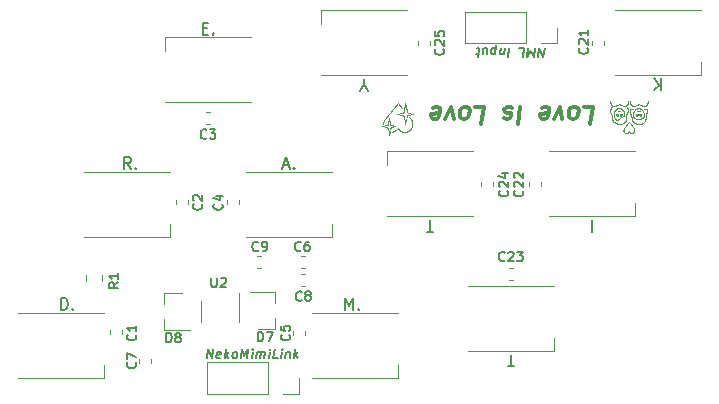
<source format=gbr>
G04 #@! TF.GenerationSoftware,KiCad,Pcbnew,5.1.5-1.fc31*
G04 #@! TF.CreationDate,2020-03-02T06:03:26+00:00*
G04 #@! TF.ProjectId,CatEars,43617445-6172-4732-9e6b-696361645f70,rev?*
G04 #@! TF.SameCoordinates,Original*
G04 #@! TF.FileFunction,Legend,Top*
G04 #@! TF.FilePolarity,Positive*
%FSLAX46Y46*%
G04 Gerber Fmt 4.6, Leading zero omitted, Abs format (unit mm)*
G04 Created by KiCad (PCBNEW 5.1.5-1.fc31) date 2020-03-02 06:03:26*
%MOMM*%
%LPD*%
G04 APERTURE LIST*
%ADD10C,0.105833*%
%ADD11C,0.052916*%
%ADD12C,0.300000*%
%ADD13C,0.120000*%
%ADD14C,0.150000*%
G04 APERTURE END LIST*
D10*
X235141849Y-128277634D02*
X235141849Y-128277634D01*
X235155073Y-128280757D02*
X235141849Y-128277634D01*
X234495325Y-129640428D02*
X234528609Y-129621101D01*
X235541377Y-129690289D02*
X235572111Y-129679889D01*
X235167818Y-128284629D02*
X235155073Y-128280757D01*
X235180049Y-128289220D02*
X235167818Y-128284629D01*
X233524738Y-128971654D02*
X233521598Y-129000278D01*
X235992699Y-129191875D02*
X235998516Y-129159302D01*
X235412310Y-129716611D02*
X235445413Y-129712405D01*
X234982700Y-129612251D02*
X235001262Y-129623978D01*
X235258333Y-128352766D02*
X235255210Y-128348004D01*
X235261244Y-128357632D02*
X235258333Y-128352766D01*
X234850566Y-129498261D02*
X234865366Y-129514344D01*
X235213311Y-128306988D02*
X235202831Y-128300432D01*
X235223138Y-128314136D02*
X235213311Y-128306988D01*
X233996119Y-129839369D02*
X233996119Y-129839369D01*
X234017439Y-129966644D02*
X233996119Y-129839369D01*
X234017439Y-129966644D02*
X234017439Y-129966644D01*
X235577205Y-128313277D02*
X235572244Y-128318148D01*
X235582334Y-128308622D02*
X235577205Y-128313277D01*
X235587626Y-128304200D02*
X235582334Y-128308622D01*
X234460851Y-129657838D02*
X234495325Y-129640428D01*
X234560630Y-129599931D02*
X234591314Y-129576988D01*
X234648384Y-129526080D02*
X234674625Y-129498260D01*
X234809407Y-129447165D02*
X234822573Y-129464658D01*
X235202990Y-128078916D02*
X235213446Y-128072364D01*
X235191917Y-128084845D02*
X235202990Y-128078916D01*
X234762596Y-127283759D02*
X234762596Y-127283759D01*
X235517891Y-128011682D02*
X235520362Y-128016745D01*
X235515644Y-128006528D02*
X235517891Y-128011682D01*
X234129257Y-129395831D02*
X234124715Y-129405631D01*
X234134427Y-129386128D02*
X234129257Y-129395831D01*
X234140208Y-129376632D02*
X234134427Y-129386128D01*
X234146582Y-129367450D02*
X234140208Y-129376632D01*
X234186724Y-129330006D02*
X234182126Y-129332893D01*
X234191444Y-129327358D02*
X234186724Y-129330006D01*
X234196282Y-129324964D02*
X234191444Y-129327358D01*
X234201238Y-129322836D02*
X234196282Y-129324964D01*
X234836297Y-129481694D02*
X234850566Y-129498261D01*
X233893362Y-129356635D02*
X233889933Y-129353403D01*
X233896644Y-129359970D02*
X233893362Y-129356635D01*
X233899774Y-129363403D02*
X233896644Y-129359970D01*
X235859542Y-128643770D02*
X235859770Y-128643590D01*
X235859542Y-128643770D02*
X235859542Y-128643770D01*
X235180262Y-128090117D02*
X235191917Y-128084845D01*
X235168060Y-128094703D02*
X235180262Y-128090117D01*
X235344679Y-129720026D02*
X235344679Y-129720026D01*
X235039598Y-129645603D02*
X235059347Y-129655473D01*
X234121807Y-129114070D02*
X234124124Y-129117950D01*
X234119661Y-129110110D02*
X234121807Y-129114070D01*
X234117691Y-129106073D02*
X234119661Y-129110110D01*
X234115899Y-129101963D02*
X234117691Y-129106073D01*
X234528609Y-129621101D02*
X234560630Y-129599931D01*
X235521811Y-128399618D02*
X235517759Y-128411750D01*
X235526695Y-128387340D02*
X235521811Y-128399618D01*
X235532390Y-128375050D02*
X235526695Y-128387340D01*
X233665427Y-128643585D02*
X233665427Y-128643585D01*
X234132072Y-129129078D02*
X234135041Y-129132606D01*
X234129260Y-129125457D02*
X234132072Y-129129078D01*
X234126610Y-129121747D02*
X234129260Y-129125457D01*
X234124124Y-129117950D02*
X234126610Y-129121747D01*
X235255253Y-128031363D02*
X235261275Y-128021736D01*
X235248405Y-128040556D02*
X235255253Y-128031363D01*
X235507921Y-127979507D02*
X235508983Y-127985064D01*
X235507921Y-127979507D02*
X235507921Y-127979507D01*
X234115041Y-129434546D02*
X234113192Y-129443664D01*
X234117590Y-129425096D02*
X234115041Y-129434546D01*
X234120820Y-129415422D02*
X234117590Y-129425096D01*
X234124715Y-129405631D02*
X234120820Y-129415422D01*
X235266436Y-128011708D02*
X235270700Y-128001311D01*
X235261275Y-128021736D02*
X235266436Y-128011708D01*
X235272475Y-128383383D02*
X235270687Y-128378057D01*
X235274025Y-128388791D02*
X235272475Y-128383383D01*
X234822573Y-129464658D02*
X234836297Y-129481694D01*
X233921993Y-129093556D02*
X233923227Y-129089243D01*
X233920569Y-129097805D02*
X233921993Y-129093556D01*
X233917168Y-129106096D02*
X233920569Y-129097805D01*
X233913053Y-129114093D02*
X233917168Y-129106096D01*
X235714507Y-129607060D02*
X235740441Y-129588619D01*
X234699239Y-129468960D02*
X234722154Y-129438252D01*
X234206309Y-129320989D02*
X234201238Y-129322836D01*
X234211493Y-129319435D02*
X234206309Y-129320989D01*
X234216787Y-129318188D02*
X234211493Y-129319435D01*
X234216787Y-129318188D02*
X234216787Y-129318188D01*
X235687670Y-129624265D02*
X235714507Y-129607060D01*
X235272486Y-127995983D02*
X235274034Y-127990575D01*
X235270700Y-128001311D02*
X235272486Y-127995983D01*
X234168290Y-129159671D02*
X234177120Y-129164399D01*
X234159951Y-129154445D02*
X234168290Y-129159671D01*
X234152132Y-129148748D02*
X234159951Y-129154445D01*
X234148427Y-129145730D02*
X234152132Y-129148748D01*
X234784803Y-129410865D02*
X234796812Y-129429230D01*
X233917157Y-129389939D02*
X233915183Y-129385902D01*
X233918951Y-129394049D02*
X233917157Y-129389939D01*
X233920563Y-129398229D02*
X233918951Y-129394049D01*
X234674625Y-129498260D02*
X234699239Y-129468960D01*
X234946859Y-129587034D02*
X234964562Y-129599932D01*
X235477986Y-129706588D02*
X235509988Y-129699202D01*
X235538873Y-128362883D02*
X235532390Y-128375050D01*
X235546123Y-128350975D02*
X235538873Y-128362883D01*
X235554116Y-128339459D02*
X235546123Y-128350975D01*
X233541300Y-128888181D02*
X233534616Y-128915580D01*
X235513625Y-128001284D02*
X235515644Y-128006528D01*
X235511839Y-127995957D02*
X235513625Y-128001284D01*
X235223251Y-128065221D02*
X235232369Y-128057517D01*
X235213446Y-128072364D02*
X235223251Y-128065221D01*
X235855093Y-129479318D02*
X235874730Y-129454330D01*
X235834303Y-129503318D02*
X235855093Y-129479318D01*
X234762596Y-129372904D02*
X234762596Y-129372904D01*
X235001262Y-129623978D02*
X235020232Y-129635100D01*
X235812401Y-129526290D02*
X235834303Y-129503318D01*
X235789429Y-129548192D02*
X235812401Y-129526290D01*
X235252039Y-129713589D02*
X235274863Y-129716385D01*
X235523053Y-128021711D02*
X235525959Y-128026576D01*
X235520362Y-128016745D02*
X235523053Y-128021711D01*
X235099935Y-129673260D02*
X235120748Y-129681150D01*
X235321197Y-129719617D02*
X235344679Y-129720026D01*
X234206284Y-129175346D02*
X234216802Y-129177831D01*
X234196145Y-129172262D02*
X234206284Y-129175346D01*
X234186415Y-129168604D02*
X234196145Y-129172262D01*
X234177120Y-129164399D02*
X234186415Y-129168604D01*
X235263939Y-128362598D02*
X235261244Y-128357632D01*
X235266414Y-128367660D02*
X235263939Y-128362598D01*
X234312494Y-129706852D02*
X234351006Y-129697838D01*
X234109741Y-129080417D02*
X234110588Y-129084848D01*
X234109741Y-129080417D02*
X234109741Y-129080417D01*
X234017428Y-128529401D02*
X234109741Y-129080417D01*
X234017428Y-128529401D02*
X234017428Y-128529401D01*
X235593078Y-128300028D02*
X235587626Y-128304200D01*
X235598689Y-128296124D02*
X235593078Y-128300028D01*
X235604455Y-128292503D02*
X235598689Y-128296124D01*
X233665427Y-128643585D02*
X233665654Y-128643765D01*
X234114289Y-129097782D02*
X234115899Y-129101963D01*
X234112865Y-129093534D02*
X234114289Y-129097782D01*
X234111630Y-129089221D02*
X234112865Y-129093534D01*
X234110588Y-129084848D02*
X234111630Y-129089221D01*
X234620590Y-129552347D02*
X234648384Y-129526080D01*
X233568007Y-128808848D02*
X233558022Y-128834789D01*
X233921989Y-129402477D02*
X233920563Y-129398229D01*
X233923225Y-129406789D02*
X233921989Y-129402477D01*
X233924268Y-129411161D02*
X233923225Y-129406789D01*
X234561681Y-129247999D02*
X234216787Y-129318188D01*
X234561681Y-129247999D02*
X234561681Y-129247999D01*
X234216802Y-129177831D02*
X234561681Y-129247999D01*
X234216802Y-129177831D02*
X234216802Y-129177831D01*
X233665654Y-128643765D02*
X233648921Y-128665398D01*
X235207145Y-129705705D02*
X235229462Y-129710024D01*
X235581344Y-128078894D02*
X235592418Y-128084823D01*
X235570887Y-128072342D02*
X235581344Y-128078894D01*
X235659970Y-129640192D02*
X235687670Y-129624265D01*
X233902749Y-129366932D02*
X233899774Y-129363403D01*
X233905566Y-129370554D02*
X233902749Y-129366932D01*
X233908222Y-129374265D02*
X233905566Y-129370554D01*
X233549111Y-128861242D02*
X233541300Y-128888181D01*
X235275340Y-127985091D02*
X235276400Y-127979534D01*
X235274034Y-127990575D02*
X235275340Y-127985091D01*
X233591085Y-128758604D02*
X233579037Y-128783444D01*
X234743297Y-129406209D02*
X234762596Y-129372904D01*
X235616276Y-128094682D02*
X235628990Y-128098549D01*
X235604073Y-128090096D02*
X235616276Y-128094682D01*
X235592418Y-128084823D02*
X235604073Y-128090096D01*
X235227795Y-128317921D02*
X235223138Y-128314136D01*
X235232276Y-128321843D02*
X235227795Y-128317921D01*
X233910712Y-129378062D02*
X233908222Y-129374265D01*
X233913033Y-129381942D02*
X233910712Y-129378062D01*
X233915183Y-129385902D02*
X233913033Y-129381942D01*
X234388618Y-129686616D02*
X234425257Y-129673258D01*
X235297920Y-129718399D02*
X235321197Y-129719617D01*
X235163345Y-129694856D02*
X235185101Y-129700644D01*
X233882646Y-129347257D02*
X233874810Y-129341557D01*
X233886360Y-129350276D02*
X233882646Y-129347257D01*
X233889933Y-129353403D02*
X233886360Y-129350276D01*
X235631449Y-129654800D02*
X235659970Y-129640192D01*
X235610374Y-128289183D02*
X235604455Y-128292503D01*
X235616442Y-128286180D02*
X235610374Y-128289183D01*
X235622657Y-128283512D02*
X235616442Y-128286180D01*
X233665654Y-128643765D02*
X233665654Y-128643765D01*
X235378718Y-129719166D02*
X235412310Y-129716611D01*
X235562830Y-128328472D02*
X235554116Y-128339459D01*
X235567451Y-128323219D02*
X235562830Y-128328472D01*
X235572244Y-128318148D02*
X235567451Y-128323219D01*
X235876275Y-128665403D02*
X235859542Y-128643770D01*
X235892125Y-128687729D02*
X235876275Y-128665403D01*
X233925115Y-129080438D02*
X234017428Y-128529401D01*
X233925115Y-129080438D02*
X233925115Y-129080438D01*
X233924269Y-129084870D02*
X233925115Y-129080438D01*
X233923227Y-129089243D02*
X233924269Y-129084870D01*
X235142156Y-128101687D02*
X235142156Y-128101687D01*
X234709679Y-128189687D02*
X235142156Y-128101687D01*
X234591314Y-129576988D02*
X234620590Y-129552347D01*
X236006137Y-129058568D02*
X236006137Y-129058568D01*
X236005277Y-129092607D02*
X236006137Y-129058568D01*
X235229462Y-129710024D02*
X235252039Y-129713589D01*
X235859770Y-128643590D02*
X235745443Y-128501895D01*
X235859770Y-128643590D02*
X235859770Y-128643590D01*
X235268665Y-128372814D02*
X235266414Y-128367660D01*
X235270687Y-128378057D02*
X235268665Y-128372814D01*
X235740441Y-129588619D02*
X235765429Y-129568982D01*
X234796812Y-129429230D02*
X234809407Y-129447165D01*
X233618129Y-128710719D02*
X233604125Y-128734354D01*
X235155347Y-128098570D02*
X235168060Y-128094703D01*
X235142156Y-128101687D02*
X235155347Y-128098570D01*
X235244616Y-128334383D02*
X235240691Y-128330078D01*
X235248347Y-128338809D02*
X235244616Y-128334383D01*
X234896505Y-129545006D02*
X234912818Y-129559558D01*
X233857602Y-129331598D02*
X233848286Y-129327389D01*
X233866453Y-129336329D02*
X233857602Y-129331598D01*
X233874810Y-129341557D02*
X233866453Y-129336329D01*
X234425257Y-129673258D02*
X234460851Y-129657838D01*
X235276395Y-128399830D02*
X235276395Y-128399830D01*
X235365438Y-128931266D02*
X235276395Y-128399830D01*
X235445413Y-129712405D02*
X235477986Y-129706588D01*
X235561082Y-128065198D02*
X235570887Y-128072342D01*
X235556435Y-128061413D02*
X235561082Y-128065198D01*
X233519695Y-129029258D02*
X233519054Y-129058568D01*
X234773393Y-129392085D02*
X234784803Y-129410865D01*
X234762596Y-129372904D02*
X234773393Y-129392085D01*
X233604125Y-128734354D02*
X233591085Y-128758604D01*
X234722154Y-129438252D02*
X234743297Y-129406209D01*
X235551963Y-128057493D02*
X235556435Y-128061413D01*
X235547672Y-128053441D02*
X235551963Y-128057493D01*
X235059347Y-129655473D02*
X235079463Y-129664696D01*
X235907065Y-128710722D02*
X235892125Y-128687729D01*
X235921069Y-128734356D02*
X235907065Y-128710722D01*
X235602149Y-129668046D02*
X235631449Y-129654800D01*
X235274863Y-129716385D02*
X235297920Y-129718399D01*
X235191732Y-128294499D02*
X235180049Y-128289220D01*
X235202831Y-128300432D02*
X235191732Y-128294499D01*
X235543566Y-128049261D02*
X235547672Y-128053441D01*
X235539649Y-128044956D02*
X235543566Y-128049261D01*
X233648921Y-128665398D02*
X233633070Y-128687725D01*
X233828371Y-129320640D02*
X233817826Y-129318151D01*
X233838533Y-129323728D02*
X233828371Y-129320640D01*
X233848286Y-129327389D02*
X233838533Y-129323728D01*
X233908250Y-129121770D02*
X233913053Y-129114093D01*
X233902789Y-129129101D02*
X233908250Y-129121770D01*
X233896697Y-129136062D02*
X233902789Y-129129101D01*
X233890001Y-129142627D02*
X233896697Y-129136062D01*
X235344679Y-129720026D02*
X235378718Y-129719166D01*
X234351006Y-129697838D02*
X234388618Y-129686616D01*
X233633070Y-128687725D02*
X233618129Y-128710719D01*
X235934108Y-128758606D02*
X235921069Y-128734356D01*
X235946156Y-128783446D02*
X235934108Y-128758606D01*
X233818065Y-129177847D02*
X233828583Y-129175363D01*
X233818065Y-129177847D02*
X233818065Y-129177847D01*
X233473201Y-129248020D02*
X233818065Y-129177847D01*
X235275334Y-128394274D02*
X235274025Y-128388791D01*
X235276395Y-128399830D02*
X235275334Y-128394274D01*
X235529076Y-128031338D02*
X235532400Y-128035991D01*
X235525959Y-128026576D02*
X235529076Y-128031338D01*
X235251880Y-128343350D02*
X235248347Y-128338809D01*
X235255210Y-128348004D02*
X235251880Y-128343350D01*
X233521598Y-129000278D02*
X233519695Y-129029258D01*
X233473201Y-129248020D02*
X233473201Y-129248020D01*
X233817826Y-129318151D02*
X233473201Y-129248020D01*
X233817826Y-129318151D02*
X233817826Y-129318151D01*
X235535925Y-128040532D02*
X235539649Y-128044956D01*
X235532400Y-128035991D02*
X235535925Y-128040532D01*
X235240765Y-128049285D02*
X235248405Y-128040556D01*
X235232369Y-128057517D02*
X235240765Y-128049285D01*
X235893171Y-129428396D02*
X235910376Y-129401559D01*
X235874730Y-129454330D02*
X235893171Y-129428396D01*
X235079463Y-129664696D02*
X235099935Y-129673260D01*
X235392161Y-127288511D02*
X235507921Y-127979507D01*
X235392161Y-127288511D02*
X235392161Y-127288511D01*
X234153531Y-129358688D02*
X234146582Y-129367450D01*
X234157216Y-129354499D02*
X234153531Y-129358688D01*
X234161038Y-129350456D02*
X234157216Y-129354499D01*
X234164995Y-129346571D02*
X234161038Y-129350456D01*
X235954157Y-129316038D02*
X235966000Y-129286000D01*
X235940911Y-129345338D02*
X235954157Y-129316038D01*
X235365438Y-128931266D02*
X235365438Y-128931266D01*
X235392172Y-129090873D02*
X235365438Y-128931266D01*
X235236576Y-128325896D02*
X235232276Y-128321843D01*
X235240691Y-128330078D02*
X235236576Y-128325896D01*
X235990576Y-128915580D02*
X235983892Y-128888181D01*
X235996105Y-128943413D02*
X235990576Y-128915580D01*
X235765429Y-129568982D02*
X235789429Y-129548192D01*
X234273154Y-129713586D02*
X234312494Y-129706852D01*
X234964562Y-129599932D02*
X234982700Y-129612251D01*
X236000454Y-128971654D02*
X235996105Y-128943413D01*
X236003593Y-129000278D02*
X236000454Y-128971654D01*
X233925115Y-129415591D02*
X233924268Y-129411161D01*
X233925115Y-129415591D02*
X233925115Y-129415591D01*
X233996119Y-129839369D02*
X233925115Y-129415591D01*
X234880684Y-129529931D02*
X234896505Y-129545006D01*
X234082712Y-129626522D02*
X234017439Y-129966644D01*
X235514563Y-128423601D02*
X235512245Y-128435035D01*
X235517759Y-128411750D02*
X235514563Y-128423601D01*
X235629016Y-128281195D02*
X235622657Y-128283512D01*
X235635516Y-128279246D02*
X235629016Y-128281195D01*
X235642155Y-128277682D02*
X235635516Y-128279246D01*
X236002722Y-129126199D02*
X236005277Y-129092607D01*
X235998516Y-129159302D02*
X236002722Y-129126199D01*
X234865366Y-129514344D02*
X234880684Y-129529931D01*
X235985313Y-129223877D02*
X235992699Y-129191875D01*
X235510290Y-127990549D02*
X235511839Y-127995957D01*
X235508983Y-127985064D02*
X235510290Y-127990549D01*
X235392172Y-129090873D02*
X235392172Y-129090873D01*
X235474028Y-128664344D02*
X235392172Y-129090873D01*
X234169084Y-129342859D02*
X234164995Y-129346571D01*
X234173304Y-129339333D02*
X234169084Y-129342859D01*
X234177652Y-129336007D02*
X234173304Y-129339333D01*
X234182126Y-129332893D02*
X234177652Y-129336007D01*
X233848450Y-129168623D02*
X233857744Y-129164418D01*
X233838720Y-129172279D02*
X233848450Y-129168623D01*
X233828583Y-129175363D02*
X233838720Y-129172279D01*
X234929607Y-129573572D02*
X234946859Y-129587034D01*
X233529086Y-128943413D02*
X233524738Y-128971654D01*
X235642155Y-128277682D02*
X235642155Y-128277682D01*
X236074669Y-128189660D02*
X235642155Y-128277682D01*
X236074669Y-128189660D02*
X236074669Y-128189660D01*
X233558022Y-128834789D02*
X233549111Y-128861242D01*
X235276400Y-127979534D02*
X235392161Y-127288511D01*
X235276400Y-127979534D02*
X235276400Y-127979534D01*
X235141890Y-129688353D02*
X235163345Y-129694856D01*
X235976081Y-128861243D02*
X235967169Y-128834790D01*
X235983892Y-128888181D02*
X235976081Y-128861243D01*
X235185101Y-129700644D02*
X235207145Y-129705705D01*
X233882730Y-129148770D02*
X233890001Y-129142627D01*
X233874911Y-129154466D02*
X233882730Y-129148770D01*
X233866573Y-129159691D02*
X233874911Y-129154466D01*
X233857744Y-129164418D02*
X233866573Y-129159691D01*
X235020232Y-129635100D02*
X235039598Y-129645603D01*
X233579037Y-128783444D02*
X233568007Y-128808848D01*
X235120748Y-129681150D02*
X235141890Y-129688353D01*
X235957185Y-128808849D02*
X235946156Y-128783446D01*
X235967169Y-128834790D02*
X235957185Y-128808849D01*
X233534616Y-128915580D02*
X233529086Y-128943413D01*
X235509988Y-129699202D02*
X235541377Y-129690289D01*
X236005497Y-129029258D02*
X236003593Y-129000278D01*
X236006137Y-129058568D02*
X236005497Y-129029258D01*
X234912818Y-129559558D02*
X234929607Y-129573572D01*
X234762596Y-127283759D02*
X233665427Y-128643585D01*
X234144861Y-129142604D02*
X234148427Y-129145730D01*
X234141439Y-129139373D02*
X234144861Y-129142604D01*
X234138165Y-129136039D02*
X234141439Y-129139373D01*
X234135041Y-129132606D02*
X234138165Y-129136039D01*
X235642182Y-128101665D02*
X236074669Y-128189660D01*
X235642182Y-128101665D02*
X235642182Y-128101665D01*
X235628990Y-128098549D02*
X235642182Y-128101665D01*
X234709679Y-128189687D02*
X234709679Y-128189687D01*
X235141849Y-128277634D02*
X234709679Y-128189687D01*
X235926303Y-129373859D02*
X235940911Y-129345338D01*
X235910376Y-129401559D02*
X235926303Y-129373859D01*
X235572111Y-129679889D02*
X235602149Y-129668046D01*
X235125048Y-127732984D02*
X234762596Y-127283759D01*
X235976400Y-129255266D02*
X235985313Y-129223877D01*
X235966000Y-129286000D02*
X235976400Y-129255266D01*
X255281374Y-128608429D02*
X255246826Y-128614039D01*
X255315547Y-128601792D02*
X255281374Y-128608429D01*
X255348928Y-128594385D02*
X255315547Y-128601792D01*
X255603079Y-128311855D02*
X255602458Y-128331345D01*
X255603079Y-128311855D02*
X255603079Y-128311855D01*
X255602483Y-128281113D02*
X255603079Y-128311855D01*
X254176330Y-127629769D02*
X254190438Y-127651973D01*
X254687092Y-128311855D02*
X254687092Y-128311855D01*
X254687092Y-128311855D02*
X254687092Y-128311855D01*
X254687274Y-128322275D02*
X254687092Y-128311855D01*
X254687804Y-128332738D02*
X254687274Y-128322275D01*
X254688661Y-128343219D02*
X254687804Y-128332738D01*
X253881427Y-129511247D02*
X253885365Y-129499473D01*
X253878114Y-129523104D02*
X253881427Y-129511247D01*
X254788584Y-128557065D02*
X254750560Y-128545016D01*
X254831102Y-128569416D02*
X254788584Y-128557065D01*
X254884835Y-128583574D02*
X254831102Y-128569416D01*
X254440754Y-127834486D02*
X254450450Y-127823526D01*
X254432294Y-127846464D02*
X254440754Y-127834486D01*
X254425061Y-127859455D02*
X254432294Y-127846464D01*
X254419046Y-127873457D02*
X254425061Y-127859455D01*
X255401153Y-127816496D02*
X255419110Y-127833152D01*
X255382571Y-127800958D02*
X255401153Y-127816496D01*
X255363392Y-127786574D02*
X255382571Y-127800958D01*
X255145085Y-127714473D02*
X255168654Y-127715250D01*
X255145085Y-127714473D02*
X255145085Y-127714473D01*
X255121517Y-127715250D02*
X255145085Y-127714473D01*
X255046304Y-128615015D02*
X255012579Y-128610082D01*
X255079908Y-128618818D02*
X255046304Y-128615015D01*
X255112974Y-128621265D02*
X255079908Y-128618818D01*
X254643734Y-129815324D02*
X254632139Y-129819179D01*
X253935084Y-128208205D02*
X253932260Y-128179595D01*
X253936801Y-128237340D02*
X253935084Y-128208205D01*
D11*
X253283653Y-128252259D02*
X253284814Y-128248829D01*
X253282658Y-128255763D02*
X253283653Y-128252259D01*
X253281834Y-128259335D02*
X253282658Y-128255763D01*
X253281185Y-128262971D02*
X253281834Y-128259335D01*
X253280715Y-128266666D02*
X253281185Y-128262971D01*
D10*
X255588660Y-128162560D02*
X255593774Y-128191461D01*
X255582488Y-128134211D02*
X255588660Y-128162560D01*
X255575288Y-128106455D02*
X255582488Y-128134211D01*
X254787689Y-129488961D02*
X254792153Y-129500434D01*
X255746474Y-128593951D02*
X255741816Y-128628842D01*
X255749205Y-128561247D02*
X255746474Y-128593951D01*
X255750406Y-128530420D02*
X255749205Y-128561247D01*
X255750477Y-128501163D02*
X255750406Y-128530420D01*
X253871830Y-129606681D02*
X253870967Y-129594824D01*
X253873261Y-129618455D02*
X253871830Y-129606681D01*
X253937379Y-128266970D02*
X253936801Y-128237340D01*
X252841614Y-127655512D02*
X252862097Y-127629775D01*
X252823173Y-127682388D02*
X252841614Y-127655512D01*
X252806789Y-127710288D02*
X252823173Y-127682388D01*
X252792480Y-127739096D02*
X252806789Y-127710288D01*
X252780265Y-127768694D02*
X252792480Y-127739096D01*
X252770161Y-127798968D02*
X252780265Y-127768694D01*
X252762184Y-127829801D02*
X252770161Y-127798968D01*
X255567087Y-128079327D02*
X255575288Y-128106455D01*
X255557916Y-128052865D02*
X255567087Y-128079327D01*
X255547801Y-128027107D02*
X255557916Y-128052865D01*
X255536773Y-128002090D02*
X255547801Y-128027107D01*
X255524861Y-127977853D02*
X255536773Y-128002090D01*
X254447291Y-129802232D02*
X254436864Y-129796521D01*
D11*
X253332209Y-128203705D02*
X253335713Y-128202710D01*
X253328779Y-128204865D02*
X253332209Y-128203705D01*
X253325427Y-128206187D02*
X253328779Y-128204865D01*
X253322156Y-128207666D02*
X253325427Y-128206187D01*
X253318973Y-128209296D02*
X253322156Y-128207666D01*
X253315881Y-128211074D02*
X253318973Y-128209296D01*
X253312886Y-128212994D02*
X253315881Y-128211074D01*
X253309991Y-128215052D02*
X253312886Y-128212994D01*
X253307202Y-128217244D02*
X253309991Y-128215052D01*
X253304523Y-128219564D02*
X253307202Y-128217244D01*
X253301959Y-128222009D02*
X253304523Y-128219564D01*
X253299514Y-128224573D02*
X253301959Y-128222009D01*
X253297194Y-128227252D02*
X253299514Y-128224573D01*
D10*
X255547802Y-128534438D02*
X255509332Y-128548140D01*
X255547802Y-128534438D02*
X255547802Y-128534438D01*
X255556439Y-128514158D02*
X255547802Y-128534438D01*
X255565292Y-128491196D02*
X255556439Y-128514158D01*
X255575441Y-128461810D02*
X255565292Y-128491196D01*
X253918382Y-129437577D02*
X253918382Y-129437577D01*
X253915092Y-129442172D02*
X253918382Y-129437577D01*
X255585589Y-128427590D02*
X255575441Y-128461810D01*
X255590259Y-128409165D02*
X255585589Y-128427590D01*
X255594442Y-128390130D02*
X255590259Y-128409165D01*
X255597978Y-128370682D02*
X255594442Y-128390130D01*
X255600704Y-128351020D02*
X255597978Y-128370682D01*
X253871856Y-129558964D02*
X253873336Y-129546983D01*
X253870973Y-129570945D02*
X253871856Y-129558964D01*
X255098258Y-127717557D02*
X255121517Y-127715250D01*
X255075338Y-127721356D02*
X255098258Y-127717557D01*
X255052784Y-127726610D02*
X255075338Y-127721356D01*
X254350409Y-129711849D02*
X254350409Y-129711849D01*
X254348805Y-129709182D02*
X254347235Y-129706495D01*
X254479918Y-129816216D02*
X254468839Y-129812085D01*
X254796009Y-129512030D02*
X254799261Y-129523727D01*
X254537514Y-129828714D02*
X254525772Y-129827320D01*
X254821235Y-127889442D02*
X254853759Y-127850886D01*
X254791676Y-127931864D02*
X254821235Y-127889442D01*
X254765310Y-127977853D02*
X254791676Y-127931864D01*
X254742369Y-128027107D02*
X254765310Y-127977853D01*
X254723083Y-128079327D02*
X254742369Y-128027107D01*
X253706789Y-127774559D02*
X253687921Y-127762575D01*
X253725131Y-127787651D02*
X253706789Y-127774559D01*
X253742919Y-127801822D02*
X253725131Y-127787651D01*
X253760124Y-127817044D02*
X253742919Y-127801822D01*
X253776717Y-127833286D02*
X253760124Y-127817044D01*
X253792667Y-127850520D02*
X253776717Y-127833286D01*
X253807947Y-127868717D02*
X253792667Y-127850520D01*
X253822526Y-127887847D02*
X253807947Y-127868717D01*
X254688679Y-129793759D02*
X254688679Y-129793759D01*
X254406937Y-127958474D02*
X254406993Y-127939482D01*
X254408046Y-127978452D02*
X254406937Y-127958474D01*
X254410311Y-127999414D02*
X254408046Y-127978452D01*
X254413723Y-128021353D02*
X254410311Y-127999414D01*
X254584956Y-129828614D02*
X254573067Y-129829501D01*
X254760383Y-129727356D02*
X254753138Y-129736938D01*
X253021429Y-128851419D02*
X253011288Y-128840896D01*
X253032037Y-128861479D02*
X253021429Y-128851419D01*
X253043095Y-128871060D02*
X253032037Y-128861479D01*
X253054588Y-128880143D02*
X253043095Y-128871060D01*
X253066499Y-128888712D02*
X253054588Y-128880143D01*
X253078812Y-128896749D02*
X253066499Y-128888712D01*
X253091511Y-128904237D02*
X253078812Y-128896749D01*
X253888678Y-129675366D02*
X253884517Y-129664314D01*
X253893364Y-129686211D02*
X253888678Y-129675366D01*
X255609370Y-128901264D02*
X255594036Y-128915650D01*
X255623992Y-128886289D02*
X255609370Y-128901264D01*
X255637875Y-128870735D02*
X255623992Y-128886289D01*
X255650992Y-128854612D02*
X255637875Y-128870735D01*
X255597978Y-128370682D02*
X255594442Y-128390130D01*
X255600704Y-128351020D02*
X255597978Y-128370682D01*
X255602458Y-128331345D02*
X255600704Y-128351020D01*
X254338535Y-129689974D02*
X254332748Y-129701243D01*
X254338535Y-129689974D02*
X254338535Y-129689974D01*
X254345698Y-129703788D02*
X254344196Y-129701062D01*
X255009969Y-129035778D02*
X254983843Y-129025685D01*
X255038649Y-129044820D02*
X255009969Y-129035778D01*
X255069897Y-129052462D02*
X255038649Y-129044820D01*
X255103723Y-129058354D02*
X255069897Y-129052462D01*
X254357279Y-129722494D02*
X254350409Y-129711849D01*
X253977450Y-129785980D02*
X253967472Y-129778768D01*
X253987865Y-129792738D02*
X253977450Y-129785980D01*
X253280646Y-128992608D02*
X253264624Y-128981816D01*
X253299175Y-129003751D02*
X253280646Y-128992608D01*
X253320225Y-129014893D02*
X253299175Y-129003751D01*
X253343807Y-129025685D02*
X253320225Y-129014893D01*
X253369933Y-129035778D02*
X253343807Y-129025685D01*
X253398614Y-129044820D02*
X253369933Y-129035778D01*
X253429861Y-129052462D02*
X253398614Y-129044820D01*
X254793046Y-129664251D02*
X254788915Y-129675330D01*
X254549325Y-129829546D02*
X254537514Y-129828714D01*
X254561183Y-129829810D02*
X254549325Y-129829546D01*
X254296791Y-129751095D02*
X254288340Y-129759716D01*
X254304849Y-129742014D02*
X254296791Y-129751095D01*
X255256713Y-127411590D02*
X255234232Y-127407491D01*
X255279195Y-127416859D02*
X255256713Y-127411590D01*
X255301677Y-127423299D02*
X255279195Y-127416859D01*
X255324159Y-127430910D02*
X255301677Y-127423299D01*
X255346640Y-127439691D02*
X255324159Y-127430910D01*
X255369122Y-127449644D02*
X255346640Y-127439691D01*
X255391604Y-127460768D02*
X255369122Y-127449644D01*
X255414085Y-127473062D02*
X255391604Y-127460768D01*
X255436567Y-127486528D02*
X255414085Y-127473062D01*
X255459048Y-127501164D02*
X255436567Y-127486528D01*
X253860212Y-128386447D02*
X253892220Y-128363150D01*
X253821670Y-128411610D02*
X253860212Y-128386447D01*
X253777761Y-128438407D02*
X253821670Y-128411610D01*
X253678508Y-128495967D02*
X253777761Y-128438407D01*
X253571788Y-128557262D02*
X253678508Y-128495967D01*
X253466936Y-128620423D02*
X253571788Y-128557262D01*
X253418126Y-128652120D02*
X253466936Y-128620423D01*
X253373284Y-128683583D02*
X253418126Y-128652120D01*
X253333575Y-128714580D02*
X253373284Y-128683583D01*
X254158680Y-127434622D02*
X254144921Y-127447094D01*
X254171818Y-127421587D02*
X254158680Y-127434622D01*
X254184297Y-127408012D02*
X254171818Y-127421587D01*
X254196082Y-127393919D02*
X254184297Y-127408012D01*
X254207135Y-127379328D02*
X254196082Y-127393919D01*
X254217420Y-127364264D02*
X254207135Y-127379328D01*
X254226899Y-127348748D02*
X254217420Y-127364264D01*
X254235537Y-127332801D02*
X254226899Y-127348748D01*
X254243296Y-127316446D02*
X254235537Y-127332801D01*
X254853759Y-127850886D02*
X254871061Y-127833152D01*
X254821235Y-127889442D02*
X254853759Y-127850886D01*
X254791676Y-127931864D02*
X254821235Y-127889442D01*
X255704146Y-128765833D02*
X255695262Y-128784643D01*
X255712102Y-128746518D02*
X255704146Y-128765833D01*
X255719105Y-128726708D02*
X255712102Y-128746518D01*
X255725126Y-128706412D02*
X255719105Y-128726708D01*
X255030626Y-127733280D02*
X255052784Y-127726610D01*
X255008893Y-127741330D02*
X255030626Y-127733280D01*
X254987612Y-127750722D02*
X255008893Y-127741330D01*
X254966814Y-127761418D02*
X254987612Y-127750722D01*
X254946527Y-127773381D02*
X254966814Y-127761418D01*
X254104672Y-129828981D02*
X254092691Y-129828098D01*
X254116632Y-129829275D02*
X254104672Y-129828981D01*
X253104580Y-128911157D02*
X253091511Y-128904237D01*
X253118003Y-128917493D02*
X253104580Y-128911157D01*
X253131764Y-128923227D02*
X253118003Y-128917493D01*
X253145847Y-128928342D02*
X253131764Y-128923227D01*
X253160235Y-128932820D02*
X253145847Y-128928342D01*
X253174913Y-128936643D02*
X253160235Y-128932820D01*
X253189864Y-128939795D02*
X253174913Y-128936643D01*
X254740643Y-128524170D02*
X254730478Y-128500466D01*
X254750560Y-128545016D02*
X254740643Y-128524170D01*
X254750560Y-128545016D02*
X254750560Y-128545016D01*
X253061217Y-128266970D02*
X253061217Y-128266970D01*
X253061795Y-128237339D02*
X253061217Y-128266970D01*
X253063511Y-128208204D02*
X253061795Y-128237339D01*
X253066336Y-128179594D02*
X253063511Y-128208204D01*
X253070240Y-128151538D02*
X253066336Y-128179594D01*
X253075193Y-128124066D02*
X253070240Y-128151538D01*
X253081168Y-128097206D02*
X253075193Y-128124066D01*
X253088135Y-128070988D02*
X253081168Y-128097206D01*
X253096064Y-128045440D02*
X253088135Y-128070988D01*
X254009981Y-129804808D02*
X254009981Y-129804808D01*
X254021528Y-129810019D02*
X254009981Y-129804808D01*
X255145085Y-128622131D02*
X255112974Y-128621265D01*
X255145085Y-128622131D02*
X255145085Y-128622131D01*
X255161541Y-128621880D02*
X255145085Y-128622131D01*
X254784252Y-129686213D02*
X254779062Y-129696878D01*
X255469010Y-128998967D02*
X255448945Y-129008261D01*
X255488578Y-128989000D02*
X255469010Y-128998967D01*
X255507621Y-128978371D02*
X255488578Y-128989000D01*
X255526114Y-128967089D02*
X255507621Y-128978371D01*
X254776912Y-129466467D02*
X254782610Y-129477632D01*
X255776540Y-128227151D02*
X255776540Y-128227151D01*
X255843930Y-128068748D02*
X255776540Y-128227151D01*
X255860053Y-128026868D02*
X255843930Y-128068748D01*
X254231395Y-127737096D02*
X254238074Y-127757532D01*
X254223354Y-127716338D02*
X254231395Y-127737096D01*
X254213889Y-127695242D02*
X254223354Y-127716338D01*
X254202938Y-127673792D02*
X254213889Y-127695242D01*
X254190438Y-127651973D02*
X254202938Y-127673792D01*
X254699324Y-129786890D02*
X254688679Y-129793759D01*
X254260842Y-129782749D02*
X254251029Y-129789460D01*
X254270345Y-129775550D02*
X254260842Y-129782749D01*
X254884835Y-128583574D02*
X254831102Y-128569416D01*
X254946441Y-128597732D02*
X254884835Y-128583574D01*
X254979152Y-128604246D02*
X254946441Y-128597732D01*
X255012579Y-128610082D02*
X254979152Y-128604246D01*
X255046304Y-128615015D02*
X255012579Y-128610082D01*
X254347235Y-129706495D02*
X254345698Y-129703788D01*
X252824993Y-127393919D02*
X252813942Y-127379328D01*
X252836777Y-127408012D02*
X252824993Y-127393919D01*
X252849256Y-127421587D02*
X252836777Y-127408012D01*
X252862392Y-127434622D02*
X252849256Y-127421587D01*
X252876151Y-127447094D02*
X252862392Y-127434622D01*
X252890494Y-127458981D02*
X252876151Y-127447094D01*
X252905385Y-127470261D02*
X252890494Y-127458981D01*
X252920787Y-127480913D02*
X252905385Y-127470261D01*
X252936664Y-127490913D02*
X252920787Y-127480913D01*
X252952978Y-127500240D02*
X252936664Y-127490913D01*
D11*
X253295002Y-128230041D02*
X253297194Y-128227252D01*
X253292943Y-128232935D02*
X253295002Y-128230041D01*
X253291023Y-128235931D02*
X253292943Y-128232935D01*
X253289245Y-128239022D02*
X253291023Y-128235931D01*
X253287615Y-128242206D02*
X253289245Y-128239022D01*
X253286136Y-128245476D02*
X253287615Y-128242206D01*
X253284814Y-128248829D02*
X253286136Y-128245476D01*
D10*
X254407406Y-127192392D02*
X254407406Y-127072488D01*
X254407406Y-127192392D02*
X254407406Y-127192392D01*
X254407986Y-127210985D02*
X254407406Y-127192392D01*
X254409702Y-127229324D02*
X254407986Y-127210985D01*
X254412516Y-127247388D02*
X254409702Y-127229324D01*
X254416393Y-127265154D02*
X254412516Y-127247388D01*
D11*
X253415384Y-128232937D02*
X253417305Y-128235933D01*
X253413326Y-128230043D02*
X253415384Y-128232937D01*
X253411134Y-128227254D02*
X253413326Y-128230043D01*
X253408814Y-128224575D02*
X253411134Y-128227254D01*
X253406369Y-128222011D02*
X253408814Y-128224575D01*
X253403805Y-128219566D02*
X253406369Y-128222011D01*
X253401127Y-128217246D02*
X253403805Y-128219566D01*
X253398338Y-128215054D02*
X253401127Y-128217246D01*
X253395443Y-128212995D02*
X253398338Y-128215054D01*
X253392448Y-128211075D02*
X253395443Y-128212995D01*
X253389356Y-128209297D02*
X253392448Y-128211075D01*
X253386172Y-128207667D02*
X253389356Y-128209297D01*
X253382902Y-128206188D02*
X253386172Y-128207667D01*
X253379549Y-128204866D02*
X253382902Y-128206188D01*
D10*
X254865427Y-128949147D02*
X254860558Y-128944013D01*
X254880097Y-128962681D02*
X254865427Y-128949147D01*
X254891136Y-128971723D02*
X254880097Y-128962681D01*
X254904660Y-128981816D02*
X254891136Y-128971723D01*
X255044629Y-127963175D02*
X255031494Y-127969663D01*
X255058047Y-127957551D02*
X255044629Y-127963175D01*
X255071708Y-127952792D02*
X255058047Y-127957551D01*
X255085572Y-127948899D02*
X255071708Y-127952792D01*
X255099598Y-127945871D02*
X255085572Y-127948899D01*
X255113745Y-127943708D02*
X255099598Y-127945871D01*
D11*
X255216169Y-128278014D02*
X255216073Y-128274215D01*
X255216454Y-128281764D02*
X255216169Y-128278014D01*
X255216924Y-128285459D02*
X255216454Y-128281764D01*
X255217573Y-128289095D02*
X255216924Y-128285459D01*
X255218398Y-128292667D02*
X255217573Y-128289095D01*
X255219393Y-128296171D02*
X255218398Y-128292667D01*
X255220553Y-128299601D02*
X255219393Y-128296171D01*
X255221875Y-128302954D02*
X255220553Y-128299601D01*
X255223354Y-128306224D02*
X255221875Y-128302954D01*
X255224984Y-128309408D02*
X255223354Y-128306224D01*
X255226762Y-128312499D02*
X255224984Y-128309408D01*
X255228683Y-128315495D02*
X255226762Y-128312499D01*
X255230741Y-128318389D02*
X255228683Y-128315495D01*
X255232933Y-128321178D02*
X255230741Y-128318389D01*
X255235254Y-128323857D02*
X255232933Y-128321178D01*
X255237698Y-128326421D02*
X255235254Y-128323857D01*
X255240262Y-128328866D02*
X255237698Y-128326421D01*
X255242941Y-128331186D02*
X255240262Y-128328866D01*
X255245730Y-128333378D02*
X255242941Y-128331186D01*
X255248625Y-128335436D02*
X255245730Y-128333378D01*
X255251620Y-128337356D02*
X255248625Y-128335436D01*
X255254712Y-128339134D02*
X255251620Y-128337356D01*
X255257895Y-128340764D02*
X255254712Y-128339134D01*
X255261166Y-128342243D02*
X255257895Y-128340764D01*
X255264518Y-128343565D02*
X255261166Y-128342243D01*
X255267949Y-128344725D02*
X255264518Y-128343565D01*
X255271452Y-128345720D02*
X255267949Y-128344725D01*
X255275024Y-128346544D02*
X255271452Y-128345720D01*
X255278660Y-128347194D02*
X255275024Y-128346544D01*
X255282354Y-128347663D02*
X255278660Y-128347194D01*
X255286103Y-128347948D02*
X255282354Y-128347663D01*
X255289902Y-128348044D02*
X255286103Y-128347948D01*
X255289902Y-128348044D02*
X255289902Y-128348044D01*
X255293701Y-128347948D02*
X255289902Y-128348044D01*
X255297451Y-128347663D02*
X255293701Y-128347948D01*
X255301145Y-128347194D02*
X255297451Y-128347663D01*
X255304781Y-128346544D02*
X255301145Y-128347194D01*
X255308353Y-128345720D02*
X255304781Y-128346544D01*
X255311856Y-128344725D02*
X255308353Y-128345720D01*
X255315286Y-128343565D02*
X255311856Y-128344725D01*
X255318639Y-128342243D02*
X255315286Y-128343565D01*
X255321909Y-128340764D02*
X255318639Y-128342243D01*
X255325093Y-128339134D02*
X255321909Y-128340764D01*
X255328185Y-128337356D02*
X255325093Y-128339134D01*
X255331180Y-128335436D02*
X255328185Y-128337356D01*
X255334075Y-128333378D02*
X255331180Y-128335436D01*
X255336864Y-128331186D02*
X255334075Y-128333378D01*
X255339543Y-128328866D02*
X255336864Y-128331186D01*
X255342107Y-128326421D02*
X255339543Y-128328866D01*
X255344551Y-128323857D02*
X255342107Y-128326421D01*
X255346872Y-128321178D02*
X255344551Y-128323857D01*
X255349064Y-128318389D02*
X255346872Y-128321178D01*
X255351122Y-128315495D02*
X255349064Y-128318389D01*
X255353043Y-128312499D02*
X255351122Y-128315495D01*
X255354821Y-128309408D02*
X255353043Y-128312499D01*
X255356451Y-128306224D02*
X255354821Y-128309408D01*
X255357930Y-128302954D02*
X255356451Y-128306224D01*
X255359252Y-128299601D02*
X255357930Y-128302954D01*
X255360412Y-128296171D02*
X255359252Y-128299601D01*
X255361407Y-128292667D02*
X255360412Y-128296171D01*
X255362232Y-128289095D02*
X255361407Y-128292667D01*
X255362881Y-128285459D02*
X255362232Y-128289095D01*
X255363351Y-128281764D02*
X255362881Y-128285459D01*
X255363636Y-128278014D02*
X255363351Y-128281764D01*
X255363732Y-128274215D02*
X255363636Y-128278014D01*
X255363732Y-128274215D02*
X255363732Y-128274215D01*
X255363636Y-128270416D02*
X255363732Y-128274215D01*
X255363351Y-128266667D02*
X255363636Y-128270416D01*
X255362881Y-128262972D02*
X255363351Y-128266667D01*
X255362232Y-128259337D02*
X255362881Y-128262972D01*
X255361407Y-128255765D02*
X255362232Y-128259337D01*
X255360412Y-128252261D02*
X255361407Y-128255765D01*
X255359252Y-128248831D02*
X255360412Y-128252261D01*
X255357930Y-128245478D02*
X255359252Y-128248831D01*
X255356451Y-128242208D02*
X255357930Y-128245478D01*
X255354821Y-128239025D02*
X255356451Y-128242208D01*
X255353043Y-128235933D02*
X255354821Y-128239025D01*
X255351122Y-128232937D02*
X255353043Y-128235933D01*
X255349064Y-128230043D02*
X255351122Y-128232937D01*
X255346872Y-128227254D02*
X255349064Y-128230043D01*
X255344551Y-128224575D02*
X255346872Y-128227254D01*
X255342107Y-128222011D02*
X255344551Y-128224575D01*
X255339543Y-128219566D02*
X255342107Y-128222011D01*
X255336864Y-128217246D02*
X255339543Y-128219566D01*
X255334075Y-128215054D02*
X255336864Y-128217246D01*
X255331180Y-128212995D02*
X255334075Y-128215054D01*
X255328185Y-128211075D02*
X255331180Y-128212995D01*
X255325093Y-128209297D02*
X255328185Y-128211075D01*
X255321909Y-128207667D02*
X255325093Y-128209297D01*
X255318639Y-128206188D02*
X255321909Y-128207667D01*
X255315286Y-128204866D02*
X255318639Y-128206188D01*
X255311856Y-128203705D02*
X255315286Y-128204866D01*
X255308353Y-128202710D02*
X255311856Y-128203705D01*
X255304781Y-128201886D02*
X255308353Y-128202710D01*
X255301145Y-128201236D02*
X255304781Y-128201886D01*
X255297451Y-128200767D02*
X255301145Y-128201236D01*
X255293701Y-128200482D02*
X255297451Y-128200767D01*
X255289902Y-128200386D02*
X255293701Y-128200482D01*
X255289902Y-128200386D02*
X255289902Y-128200386D01*
X255286103Y-128200482D02*
X255289902Y-128200386D01*
X255282354Y-128200767D02*
X255286103Y-128200482D01*
X255278660Y-128201236D02*
X255282354Y-128200767D01*
X255275024Y-128201886D02*
X255278660Y-128201236D01*
X255271452Y-128202710D02*
X255275024Y-128201886D01*
X255267949Y-128203705D02*
X255271452Y-128202710D01*
X255264518Y-128204865D02*
X255267949Y-128203705D01*
X255261166Y-128206187D02*
X255264518Y-128204865D01*
X255257895Y-128207666D02*
X255261166Y-128206187D01*
X255254712Y-128209296D02*
X255257895Y-128207666D01*
X255251620Y-128211074D02*
X255254712Y-128209296D01*
X255248625Y-128212994D02*
X255251620Y-128211074D01*
X255245730Y-128215052D02*
X255248625Y-128212994D01*
X255242941Y-128217244D02*
X255245730Y-128215052D01*
X255240262Y-128219564D02*
X255242941Y-128217244D01*
X255237698Y-128222009D02*
X255240262Y-128219564D01*
X255235254Y-128224573D02*
X255237698Y-128222009D01*
X255232933Y-128227252D02*
X255235254Y-128224573D01*
X255230741Y-128230041D02*
X255232933Y-128227252D01*
X255228683Y-128232935D02*
X255230741Y-128230041D01*
X255226762Y-128235931D02*
X255228683Y-128232935D01*
D10*
X255127974Y-127942410D02*
X255113745Y-127943708D01*
X255142243Y-127941977D02*
X255127974Y-127942410D01*
X255156512Y-127942410D02*
X255142243Y-127941977D01*
X255170741Y-127943708D02*
X255156512Y-127942410D01*
X255184888Y-127945871D02*
X255170741Y-127943708D01*
X255198913Y-127948899D02*
X255184888Y-127945871D01*
X255212777Y-127952792D02*
X255198913Y-127948899D01*
X255226437Y-127957551D02*
X255212777Y-127952792D01*
X255239854Y-127963175D02*
X255226437Y-127957551D01*
X255252988Y-127969663D02*
X255239854Y-127963175D01*
D11*
X254920847Y-128278014D02*
X254920750Y-128274215D01*
X254921132Y-128281764D02*
X254920847Y-128278014D01*
X254921601Y-128285459D02*
X254921132Y-128281764D01*
X254922250Y-128289095D02*
X254921601Y-128285459D01*
X254923075Y-128292667D02*
X254922250Y-128289095D01*
X254924069Y-128296171D02*
X254923075Y-128292667D01*
X254925230Y-128299602D02*
X254924069Y-128296171D01*
X254926552Y-128302955D02*
X254925230Y-128299602D01*
X254928030Y-128306225D02*
X254926552Y-128302955D01*
X254929661Y-128309409D02*
X254928030Y-128306225D01*
X254931438Y-128312501D02*
X254929661Y-128309409D01*
X254933359Y-128315496D02*
X254931438Y-128312501D01*
X254935417Y-128318391D02*
X254933359Y-128315496D01*
X254937609Y-128321180D02*
X254935417Y-128318391D01*
X254939929Y-128323859D02*
X254937609Y-128321180D01*
X254942374Y-128326423D02*
X254939929Y-128323859D01*
X254944938Y-128328868D02*
X254942374Y-128326423D01*
X254947616Y-128331188D02*
X254944938Y-128328868D01*
X254950405Y-128333380D02*
X254947616Y-128331188D01*
X254953300Y-128335438D02*
X254950405Y-128333380D01*
X254956295Y-128337359D02*
X254953300Y-128335438D01*
X254959387Y-128339136D02*
X254956295Y-128337359D01*
X254962571Y-128340767D02*
X254959387Y-128339136D01*
X254965841Y-128342245D02*
X254962571Y-128340767D01*
X254969194Y-128343567D02*
X254965841Y-128342245D01*
X254972624Y-128344727D02*
X254969194Y-128343567D01*
X254976128Y-128345722D02*
X254972624Y-128344727D01*
X254979700Y-128346546D02*
X254976128Y-128345722D01*
D10*
X255748817Y-128446126D02*
X255750477Y-128501163D01*
X255747409Y-128393671D02*
X255748817Y-128446126D01*
X255747795Y-128367641D02*
X255747409Y-128393671D01*
X255749437Y-128341333D02*
X255747795Y-128367641D01*
X253875419Y-129535023D02*
X253878114Y-129523104D01*
X253873336Y-129546983D02*
X253875419Y-129535023D01*
X254250140Y-127299705D02*
X254243296Y-127316446D01*
X254256032Y-127282601D02*
X254250140Y-127299705D01*
X254260935Y-127265154D02*
X254256032Y-127282601D01*
X254264812Y-127247388D02*
X254260935Y-127265154D01*
X254267627Y-127229324D02*
X254264812Y-127247388D01*
X254269343Y-127210985D02*
X254267627Y-127229324D01*
X254269923Y-127192392D02*
X254269343Y-127210985D01*
X254269923Y-127192392D02*
X254269923Y-127192392D01*
X254269923Y-127072488D02*
X254269923Y-127192392D01*
X255178266Y-128621147D02*
X255161541Y-128621880D01*
X255212318Y-128618363D02*
X255178266Y-128621147D01*
X255246826Y-128614039D02*
X255212318Y-128618363D01*
X254514120Y-129825367D02*
X254502580Y-129822863D01*
X254718826Y-128469998D02*
X254712907Y-128452718D01*
X254724745Y-128485979D02*
X254718826Y-128469998D01*
X254730478Y-128500466D02*
X254724745Y-128485979D01*
X254608665Y-129825084D02*
X254596829Y-129827143D01*
X254779062Y-129696878D02*
X254773350Y-129707304D01*
X255214833Y-127721356D02*
X255237387Y-127726610D01*
X255191912Y-127717557D02*
X255214833Y-127721356D01*
X255168654Y-127715250D02*
X255191912Y-127717557D01*
X254056831Y-129821840D02*
X254044974Y-129818528D01*
X254068750Y-129824535D02*
X254056831Y-129821840D01*
X254804149Y-129618396D02*
X254802197Y-129630048D01*
X254641214Y-127771234D02*
X254666433Y-127772787D01*
X254617337Y-127770744D02*
X254641214Y-127771234D01*
X254594794Y-127771315D02*
X254617337Y-127770744D01*
X254573576Y-127772942D02*
X254594794Y-127771315D01*
X255453029Y-127869662D02*
X255468935Y-127889442D01*
X255436411Y-127850886D02*
X255453029Y-127869662D01*
X255419110Y-127833152D02*
X255436411Y-127850886D01*
X254491172Y-129819811D02*
X254479918Y-129816216D01*
X254740643Y-128524170D02*
X254730478Y-128500466D01*
X254750560Y-128545016D02*
X254740643Y-128524170D01*
X254750560Y-128545016D02*
X254750560Y-128545016D01*
X254788584Y-128557065D02*
X254750560Y-128545016D01*
X254831102Y-128569416D02*
X254788584Y-128557065D01*
X254707682Y-128134212D02*
X254723083Y-128079327D01*
X254696397Y-128191461D02*
X254707682Y-128134212D01*
X254689456Y-128250776D02*
X254696397Y-128191461D01*
X254687092Y-128311855D02*
X254689456Y-128250776D01*
X254372351Y-129742367D02*
X254364600Y-129732668D01*
X253120954Y-128520856D02*
X253136822Y-128548654D01*
X253106953Y-128492591D02*
X253120954Y-128520856D01*
X253094819Y-128463685D02*
X253106953Y-128492591D01*
X253084552Y-128433962D02*
X253094819Y-128463685D01*
X253076151Y-128403247D02*
X253084552Y-128433962D01*
X253069617Y-128371366D02*
X253076151Y-128403247D01*
X253064950Y-128338142D02*
X253069617Y-128371366D01*
X253062150Y-128303402D02*
X253064950Y-128338142D01*
X253061217Y-128266970D02*
X253062150Y-128303402D01*
X254106438Y-128593951D02*
X254101780Y-128628842D01*
X254109169Y-128561247D02*
X254106438Y-128593951D01*
X254110371Y-128530420D02*
X254109169Y-128561247D01*
X254110441Y-128501163D02*
X254110371Y-128530420D01*
X254108781Y-128446126D02*
X254110441Y-128501163D01*
X254107373Y-128393671D02*
X254108781Y-128446126D01*
X255079908Y-128618818D02*
X255046304Y-128615015D01*
X255112974Y-128621265D02*
X255079908Y-128618818D01*
X255145085Y-128622131D02*
X255112974Y-128621265D01*
X255145085Y-128622131D02*
X255145085Y-128622131D01*
X255161541Y-128621880D02*
X255145085Y-128622131D01*
X253880888Y-129653076D02*
X253877797Y-129641673D01*
X253884517Y-129664314D02*
X253880888Y-129653076D01*
X255567087Y-128079327D02*
X255575288Y-128106455D01*
X255557916Y-128052865D02*
X255567087Y-128079327D01*
X255547801Y-128027107D02*
X255557916Y-128052865D01*
X252789056Y-128113296D02*
X252777090Y-128082657D01*
X252789056Y-128113296D02*
X252789056Y-128113296D01*
X252821791Y-128188341D02*
X252789056Y-128113296D01*
X252848633Y-128248136D02*
X252821791Y-128188341D01*
X252870291Y-128298703D02*
X252848633Y-128248136D01*
X252879397Y-128322408D02*
X252870291Y-128298703D01*
X252887473Y-128346065D02*
X252879397Y-128322408D01*
X252894608Y-128370427D02*
X252887473Y-128346065D01*
X252954716Y-128755765D02*
X252948887Y-128742175D01*
X252961141Y-128769034D02*
X252954716Y-128755765D01*
X252968144Y-128781963D02*
X252961141Y-128769034D01*
X252975711Y-128794534D02*
X252968144Y-128781963D01*
X252983825Y-128806730D02*
X252975711Y-128794534D01*
X252992470Y-128818535D02*
X252983825Y-128806730D01*
X253001630Y-128829929D02*
X252992470Y-128818535D01*
X253011288Y-128840896D02*
X253001630Y-128829929D01*
X254672073Y-128861479D02*
X254661465Y-128851419D01*
X254683131Y-128871060D02*
X254672073Y-128861479D01*
X254694624Y-128880143D02*
X254683131Y-128871060D01*
X254706535Y-128888712D02*
X254694624Y-128880143D01*
X255888193Y-127873209D02*
X255889320Y-127890198D01*
X255885321Y-127857141D02*
X255888193Y-127873209D01*
X255880564Y-127842090D02*
X255885321Y-127857141D01*
X254829900Y-128939795D02*
X254814949Y-128936643D01*
X254845108Y-128942257D02*
X254829900Y-128939795D01*
X254860558Y-128944013D02*
X254845108Y-128942257D01*
X254860558Y-128944013D02*
X254860558Y-128944013D01*
X254380510Y-129751586D02*
X254372351Y-129742367D01*
X254219938Y-129806591D02*
X254209092Y-129811276D01*
X254230556Y-129801388D02*
X254219938Y-129806591D01*
X253767395Y-129024788D02*
X253746000Y-129032000D01*
X253788374Y-129016871D02*
X253767395Y-129024788D01*
X253808910Y-129008261D02*
X253788374Y-129016871D01*
X253828975Y-128998967D02*
X253808910Y-129008261D01*
X253848542Y-128989000D02*
X253828975Y-128998967D01*
X253867586Y-128978371D02*
X253848542Y-128989000D01*
X253886078Y-128967089D02*
X253867586Y-128978371D01*
X254107759Y-128367641D02*
X254107373Y-128393671D01*
X254109402Y-128341333D02*
X254107759Y-128367641D01*
X254112699Y-128314438D02*
X254109402Y-128341333D01*
X254118051Y-128286648D02*
X254112699Y-128314438D01*
X254121620Y-128272321D02*
X254118051Y-128286648D01*
X254125853Y-128257655D02*
X254121620Y-128272321D01*
X255296824Y-129053595D02*
X255273748Y-129057129D01*
X255319617Y-129049305D02*
X255296824Y-129053595D01*
X255342102Y-129044269D02*
X255319617Y-129049305D01*
X255364250Y-129038497D02*
X255342102Y-129044269D01*
X254707173Y-128434335D02*
X254701812Y-128415045D01*
X254712907Y-128452718D02*
X254707173Y-128434335D01*
X254718826Y-128469998D02*
X254712907Y-128452718D01*
X254724745Y-128485979D02*
X254718826Y-128469998D01*
X254730478Y-128500466D02*
X254724745Y-128485979D01*
X254487042Y-127796789D02*
X254501770Y-127789938D01*
X254473585Y-127804673D02*
X254487042Y-127796789D01*
X254461390Y-127813587D02*
X254473585Y-127804673D01*
X254450450Y-127823526D02*
X254461390Y-127813587D01*
D11*
X253280430Y-128270415D02*
X253280715Y-128266666D01*
X253280334Y-128274215D02*
X253280430Y-128270415D01*
X253582937Y-128242206D02*
X253584568Y-128239022D01*
X253581459Y-128245476D02*
X253582937Y-128242206D01*
X253580137Y-128248829D02*
X253581459Y-128245476D01*
X253578976Y-128252259D02*
X253580137Y-128248829D01*
X253577981Y-128255763D02*
X253578976Y-128252259D01*
X253577157Y-128259335D02*
X253577981Y-128255763D01*
X253576507Y-128262971D02*
X253577157Y-128259335D01*
X253576038Y-128266666D02*
X253576507Y-128262971D01*
X253575753Y-128270415D02*
X253576038Y-128266666D01*
X253575657Y-128274215D02*
X253575753Y-128270415D01*
D10*
X254655208Y-129810859D02*
X254643734Y-129815324D01*
X254389058Y-129760319D02*
X254380510Y-129751586D01*
X255673131Y-127523962D02*
X255655433Y-127530376D01*
X255690539Y-127516787D02*
X255673131Y-127523962D01*
X255707619Y-127508872D02*
X255690539Y-127516787D01*
X255724334Y-127500240D02*
X255707619Y-127508872D01*
X255740649Y-127490913D02*
X255724334Y-127500240D01*
X255756527Y-127480913D02*
X255740649Y-127490913D01*
X255771929Y-127470261D02*
X255756527Y-127480913D01*
X255786821Y-127458981D02*
X255771929Y-127470261D01*
X255801165Y-127447094D02*
X255786821Y-127458981D01*
X255814924Y-127434622D02*
X255801165Y-127447094D01*
X254709498Y-129779569D02*
X254699324Y-129786890D01*
X255536773Y-128002090D02*
X255547801Y-128027107D01*
X255524861Y-127977853D02*
X255536773Y-128002090D01*
X255512092Y-127954432D02*
X255524861Y-127977853D01*
X253889936Y-129487801D02*
X253895146Y-129476254D01*
X253885365Y-129499473D02*
X253889936Y-129487801D01*
X253905875Y-129456382D02*
X253908837Y-129451576D01*
X253903024Y-129461254D02*
X253905875Y-129456382D01*
X253205072Y-128942257D02*
X253189864Y-128939795D01*
X253220522Y-128944013D02*
X253205072Y-128942257D01*
X253220522Y-128944013D02*
X253220522Y-128944013D01*
X253225391Y-128949147D02*
X253220522Y-128944013D01*
X253240061Y-128962681D02*
X253225391Y-128949147D01*
X253251100Y-128971723D02*
X253240061Y-128962681D01*
X253264624Y-128981816D02*
X253251100Y-128971723D01*
X255585589Y-128427590D02*
X255575441Y-128461810D01*
X255590259Y-128409165D02*
X255585589Y-128427590D01*
X255594442Y-128390130D02*
X255590259Y-128409165D01*
X254688679Y-129793759D02*
X254677701Y-129800082D01*
X255512092Y-127954432D02*
X255524861Y-127977853D01*
X255498495Y-127931864D02*
X255512092Y-127954432D01*
X255484100Y-127910189D02*
X255498495Y-127931864D01*
X255468935Y-127889442D02*
X255484100Y-127910189D01*
X255453029Y-127869662D02*
X255468935Y-127889442D01*
X254687092Y-128311855D02*
X254687092Y-128311855D01*
X254687092Y-128311855D02*
X254687092Y-128311855D01*
X254687274Y-128322275D02*
X254687092Y-128311855D01*
X254966814Y-127761418D02*
X254987612Y-127750722D01*
X254946527Y-127773381D02*
X254966814Y-127761418D01*
X254926779Y-127786574D02*
X254946527Y-127773381D01*
X255839905Y-127793968D02*
X255853594Y-127803994D01*
X255823635Y-127785437D02*
X255839905Y-127793968D01*
X255804644Y-127778497D02*
X255823635Y-127785437D01*
X255886896Y-127926556D02*
X255883624Y-127945734D01*
X255888841Y-127908012D02*
X255886896Y-127926556D01*
X255889320Y-127890198D02*
X255888841Y-127908012D01*
X254338546Y-128898833D02*
X254338546Y-128898833D01*
X253918382Y-129437577D02*
X254338546Y-128898833D01*
X254339898Y-129692773D02*
X254338535Y-129689974D01*
X254341296Y-129695554D02*
X254339898Y-129692773D01*
X255140140Y-129062146D02*
X255103723Y-129058354D01*
X255159323Y-129063145D02*
X255140140Y-129062146D01*
X255179158Y-129063488D02*
X255159323Y-129063145D01*
X255179158Y-129063488D02*
X255179158Y-129063488D01*
X254770589Y-129455489D02*
X254776912Y-129466467D01*
X254718848Y-128896749D02*
X254706535Y-128888712D01*
X254731547Y-128904237D02*
X254718848Y-128896749D01*
X254744616Y-128911157D02*
X254731547Y-128904237D01*
X254758039Y-128917493D02*
X254744616Y-128911157D01*
X254920681Y-128992608D02*
X254904660Y-128981816D01*
X254939211Y-129003751D02*
X254920681Y-128992608D01*
X254960261Y-129014893D02*
X254939211Y-129003751D01*
X254983843Y-129025685D02*
X254960261Y-129014893D01*
X254016887Y-127523962D02*
X253999189Y-127530376D01*
X254034295Y-127516787D02*
X254016887Y-127523962D01*
X254051375Y-127508872D02*
X254034295Y-127516787D01*
X254068091Y-127500240D02*
X254051375Y-127508872D01*
X254084405Y-127490913D02*
X254068091Y-127500240D01*
X254100283Y-127480913D02*
X254084405Y-127490913D01*
X254115685Y-127470261D02*
X254100283Y-127480913D01*
X254130577Y-127458981D02*
X254115685Y-127470261D01*
X254144921Y-127447094D02*
X254130577Y-127458981D01*
X254691256Y-128364139D02*
X254689819Y-128353695D01*
X254692949Y-128374529D02*
X254691256Y-128364139D01*
X254697009Y-128395044D02*
X254692949Y-128374529D01*
X254753138Y-129736938D02*
X254745391Y-129746197D01*
X254198041Y-129815437D02*
X254186803Y-129819067D01*
X254209092Y-129811276D02*
X254198041Y-129815437D01*
X254033199Y-129814590D02*
X254021528Y-129810019D01*
X254044974Y-129818528D02*
X254033199Y-129814590D01*
X254946441Y-128597732D02*
X254884835Y-128583574D01*
X254979152Y-128604246D02*
X254946441Y-128597732D01*
X255012579Y-128610082D02*
X254979152Y-128604246D01*
X254803973Y-129547339D02*
X254805443Y-129559212D01*
X255031896Y-127423299D02*
X255009415Y-127430910D01*
X255054378Y-127416859D02*
X255031896Y-127423299D01*
X255076860Y-127411590D02*
X255054378Y-127416859D01*
X255099341Y-127407491D02*
X255076860Y-127411590D01*
X255121823Y-127404564D02*
X255099341Y-127407491D01*
X255144305Y-127402808D02*
X255121823Y-127404564D01*
X255166787Y-127402222D02*
X255144305Y-127402808D01*
X255189268Y-127402808D02*
X255166787Y-127402222D01*
X255211750Y-127404564D02*
X255189268Y-127402808D01*
X255234232Y-127407491D02*
X255211750Y-127404564D01*
X254342729Y-129698318D02*
X254341296Y-129695554D01*
X254344196Y-129701062D02*
X254342729Y-129698318D01*
X254502580Y-129822863D02*
X254491172Y-129819811D01*
X255873656Y-127985608D02*
X255860053Y-128026868D01*
X255879164Y-127965450D02*
X255873656Y-127985608D01*
X255883624Y-127945734D02*
X255879164Y-127965450D01*
X254806376Y-129594844D02*
X254805544Y-129606655D01*
X253300167Y-128744877D02*
X253333575Y-128714580D01*
X253300167Y-128744877D02*
X253300167Y-128744877D01*
X253271232Y-128715445D02*
X253300167Y-128744877D01*
X253244163Y-128686771D02*
X253271232Y-128715445D01*
X253218961Y-128658681D02*
X253244163Y-128686771D01*
X253195626Y-128630999D02*
X253218961Y-128658681D01*
X253174158Y-128603551D02*
X253195626Y-128630999D01*
X253154557Y-128576161D02*
X253174158Y-128603551D01*
X253136822Y-128548654D02*
X253154557Y-128576161D01*
X252753458Y-127229324D02*
X252751742Y-127210985D01*
X252756272Y-127247388D02*
X252753458Y-127229324D01*
X252760149Y-127265154D02*
X252756272Y-127247388D01*
X252765051Y-127282601D02*
X252760149Y-127265154D01*
X252770942Y-127299705D02*
X252765051Y-127282601D01*
X252777785Y-127316446D02*
X252770942Y-127299705D01*
X252785543Y-127332801D02*
X252777785Y-127316446D01*
X252794179Y-127348748D02*
X252785543Y-127332801D01*
X252803658Y-127364264D02*
X252794179Y-127348748D01*
X252813942Y-127379328D02*
X252803658Y-127364264D01*
X255597802Y-128220879D02*
X255600714Y-128250776D01*
X255593774Y-128191461D02*
X255597802Y-128220879D01*
X255588660Y-128162560D02*
X255593774Y-128191461D01*
X255582488Y-128134211D02*
X255588660Y-128162560D01*
X255575288Y-128106455D02*
X255582488Y-128134211D01*
X255348928Y-128594385D02*
X255315547Y-128601792D01*
X255381103Y-128586463D02*
X255348928Y-128594385D01*
X255411656Y-128578285D02*
X255381103Y-128586463D01*
X255466233Y-128562185D02*
X255411656Y-128578285D01*
X255509332Y-128548140D02*
X255466233Y-128562185D01*
X254561629Y-127470261D02*
X254546738Y-127458981D01*
X254577031Y-127480913D02*
X254561629Y-127470261D01*
X254592908Y-127490913D02*
X254577031Y-127480913D01*
X254609222Y-127500240D02*
X254592908Y-127490913D01*
X254625938Y-127508872D02*
X254609222Y-127500240D01*
X254643019Y-127516787D02*
X254625938Y-127508872D01*
X254660427Y-127523962D02*
X254643019Y-127516787D01*
X254678125Y-127530376D02*
X254660427Y-127523962D01*
X254696079Y-127536007D02*
X254678125Y-127530376D01*
X254714249Y-127540832D02*
X254696079Y-127536007D01*
X254732601Y-127544829D02*
X254714249Y-127540832D01*
X254751096Y-127547976D02*
X254732601Y-127544829D01*
X254769699Y-127550251D02*
X254751096Y-127547976D01*
X253895146Y-129476254D02*
X253897658Y-129471192D01*
X253895146Y-129476254D02*
X253895146Y-129476254D01*
X254632139Y-129819179D02*
X254620442Y-129822431D01*
X255698684Y-127768567D02*
X255729952Y-127768184D01*
X255663997Y-127771020D02*
X255698684Y-127768567D01*
X255625754Y-127775639D02*
X255663997Y-127771020D01*
X252900889Y-128396247D02*
X252894608Y-128370427D01*
X252906405Y-128424276D02*
X252900889Y-128396247D01*
X252911246Y-128455270D02*
X252906405Y-128424276D01*
X252915498Y-128489980D02*
X252911246Y-128455270D01*
X252919252Y-128529159D02*
X252915498Y-128489980D01*
X252922596Y-128573560D02*
X252919252Y-128529159D01*
X252925618Y-128623936D02*
X252922596Y-128573560D01*
X252925618Y-128623936D02*
X252925618Y-128623936D01*
X255436411Y-127850886D02*
X255453029Y-127869662D01*
X255419110Y-127833152D02*
X255436411Y-127850886D01*
X255401153Y-127816496D02*
X255419110Y-127833152D01*
X255382571Y-127800958D02*
X255401153Y-127816496D01*
X255363392Y-127786574D02*
X255382571Y-127800958D01*
X255481530Y-127516971D02*
X255459048Y-127501164D01*
X255526493Y-127552098D02*
X255481530Y-127516971D01*
X255526493Y-127552098D02*
X255526493Y-127552098D01*
X255545197Y-127551633D02*
X255526493Y-127552098D01*
X255563868Y-127550251D02*
X255545197Y-127551633D01*
X255582468Y-127547976D02*
X255563868Y-127550251D01*
X255600962Y-127544829D02*
X255582468Y-127547976D01*
X255619312Y-127540832D02*
X255600962Y-127544829D01*
X255637481Y-127536007D02*
X255619312Y-127540832D01*
X255655433Y-127530376D02*
X255637481Y-127536007D01*
X254802197Y-129630048D02*
X254799692Y-129641589D01*
D11*
X253657034Y-128200767D02*
X253660729Y-128201236D01*
X253653285Y-128200482D02*
X253657034Y-128200767D01*
X253649486Y-128200386D02*
X253653285Y-128200482D01*
X253649486Y-128200386D02*
X253649486Y-128200386D01*
X253645687Y-128200482D02*
X253649486Y-128200386D01*
X253641938Y-128200767D02*
X253645687Y-128200482D01*
X253638243Y-128201236D02*
X253641938Y-128200767D01*
X253634607Y-128201886D02*
X253638243Y-128201236D01*
X253631036Y-128202710D02*
X253634607Y-128201886D01*
X253627532Y-128203705D02*
X253631036Y-128202710D01*
X253624102Y-128204865D02*
X253627532Y-128203705D01*
X253620749Y-128206187D02*
X253624102Y-128204865D01*
X253617479Y-128207666D02*
X253620749Y-128206187D01*
X253614296Y-128209296D02*
X253617479Y-128207666D01*
X253611204Y-128211074D02*
X253614296Y-128209296D01*
X253608208Y-128212994D02*
X253611204Y-128211074D01*
X253605314Y-128215052D02*
X253608208Y-128212994D01*
X253602525Y-128217244D02*
X253605314Y-128215052D01*
X253599846Y-128219564D02*
X253602525Y-128217244D01*
X253597282Y-128222009D02*
X253599846Y-128219564D01*
X253594837Y-128224573D02*
X253597282Y-128222009D01*
X253592516Y-128227252D02*
X253594837Y-128224573D01*
X253590325Y-128230041D02*
X253592516Y-128227252D01*
X253588266Y-128232935D02*
X253590325Y-128230041D01*
X253586346Y-128235931D02*
X253588266Y-128232935D01*
X253584568Y-128239022D02*
X253586346Y-128235931D01*
X254921601Y-128262971D02*
X254922251Y-128259335D01*
X254921132Y-128266666D02*
X254921601Y-128262971D01*
X254920847Y-128270415D02*
X254921132Y-128266666D01*
X254920750Y-128274215D02*
X254920847Y-128270415D01*
D10*
X253404212Y-127963175D02*
X253391078Y-127969663D01*
X253417630Y-127957551D02*
X253404212Y-127963175D01*
X253431291Y-127952792D02*
X253417630Y-127957551D01*
X253445155Y-127948899D02*
X253431291Y-127952792D01*
X253459181Y-127945871D02*
X253445155Y-127948899D01*
X253473329Y-127943708D02*
X253459181Y-127945871D01*
D11*
X253280430Y-128278014D02*
X253280334Y-128274215D01*
X253280715Y-128281764D02*
X253280430Y-128278014D01*
X253281184Y-128285459D02*
X253280715Y-128281764D01*
X253281834Y-128289095D02*
X253281184Y-128285459D01*
X253282658Y-128292667D02*
X253281834Y-128289095D01*
X253283653Y-128296171D02*
X253282658Y-128292667D01*
X253284813Y-128299602D02*
X253283653Y-128296171D01*
X253286135Y-128302955D02*
X253284813Y-128299602D01*
X253287614Y-128306225D02*
X253286135Y-128302955D01*
X253289244Y-128309409D02*
X253287614Y-128306225D01*
X253291022Y-128312501D02*
X253289244Y-128309409D01*
X253292942Y-128315496D02*
X253291022Y-128312501D01*
X253295000Y-128318391D02*
X253292942Y-128315496D01*
X253297192Y-128321180D02*
X253295000Y-128318391D01*
X253299512Y-128323859D02*
X253297192Y-128321180D01*
X253301957Y-128326423D02*
X253299512Y-128323859D01*
X253304521Y-128328868D02*
X253301957Y-128326423D01*
X253307200Y-128331188D02*
X253304521Y-128328868D01*
D10*
X253900284Y-129466192D02*
X253903024Y-129461254D01*
X253897658Y-129471192D02*
X253900284Y-129466192D01*
D11*
X253309989Y-128333380D02*
X253307200Y-128331188D01*
X253312883Y-128335438D02*
X253309989Y-128333380D01*
X253315879Y-128337359D02*
X253312883Y-128335438D01*
X253318971Y-128339136D02*
X253315879Y-128337359D01*
X253322154Y-128340767D02*
X253318971Y-128339136D01*
X253325424Y-128342245D02*
X253322154Y-128340767D01*
X253328777Y-128343567D02*
X253325424Y-128342245D01*
X253332208Y-128344727D02*
X253328777Y-128343567D01*
X253335711Y-128345722D02*
X253332208Y-128344727D01*
X253339283Y-128346546D02*
X253335711Y-128345722D01*
X253342919Y-128347195D02*
X253339283Y-128346546D01*
X253346614Y-128347664D02*
X253342919Y-128347195D01*
X253350364Y-128347949D02*
X253346614Y-128347664D01*
X253354163Y-128348044D02*
X253350364Y-128347949D01*
X253354163Y-128348044D02*
X253354163Y-128348044D01*
X253357962Y-128347948D02*
X253354163Y-128348044D01*
X253361711Y-128347663D02*
X253357962Y-128347948D01*
X253365406Y-128347194D02*
X253361711Y-128347663D01*
X253369042Y-128346544D02*
X253365406Y-128347194D01*
X253372613Y-128345720D02*
X253369042Y-128346544D01*
X253376117Y-128344725D02*
X253372613Y-128345720D01*
X253379547Y-128343565D02*
X253376117Y-128344725D01*
X253382900Y-128342243D02*
X253379547Y-128343565D01*
X253386170Y-128340764D02*
X253382900Y-128342243D01*
X253389353Y-128339134D02*
X253386170Y-128340764D01*
X253392445Y-128337356D02*
X253389353Y-128339134D01*
X253395441Y-128335436D02*
X253392445Y-128337356D01*
X253398335Y-128333378D02*
X253395441Y-128335436D01*
X253401124Y-128331186D02*
X253398335Y-128333378D01*
X253403803Y-128328866D02*
X253401124Y-128331186D01*
X253406367Y-128326421D02*
X253403803Y-128328866D01*
X253408812Y-128323857D02*
X253406367Y-128326421D01*
X253411133Y-128321178D02*
X253408812Y-128323857D01*
X253413324Y-128318389D02*
X253411133Y-128321178D01*
X253415383Y-128315495D02*
X253413324Y-128318389D01*
X253417303Y-128312499D02*
X253415383Y-128315495D01*
X253419081Y-128309408D02*
X253417303Y-128312499D01*
X253420712Y-128306224D02*
X253419081Y-128309408D01*
X253422190Y-128302954D02*
X253420712Y-128306224D01*
X253423512Y-128299601D02*
X253422190Y-128302954D01*
D10*
X254799261Y-129523727D02*
X254801913Y-129535504D01*
X254557946Y-128473910D02*
X254554644Y-128433971D01*
X254565653Y-128623936D02*
X254557946Y-128473910D01*
X254565653Y-128623936D02*
X254565653Y-128623936D01*
X254566140Y-128639477D02*
X254565653Y-128623936D01*
X255544028Y-128955166D02*
X255526114Y-128967089D01*
X255561338Y-128942611D02*
X255544028Y-128955166D01*
X255578016Y-128929436D02*
X255561338Y-128942611D01*
X255594036Y-128915650D02*
X255578016Y-128929436D01*
D11*
X253376119Y-128203705D02*
X253379549Y-128204866D01*
X253372615Y-128202710D02*
X253376119Y-128203705D01*
X253369043Y-128201886D02*
X253372615Y-128202710D01*
X253365407Y-128201236D02*
X253369043Y-128201886D01*
X253361712Y-128200767D02*
X253365407Y-128201236D01*
X253357963Y-128200482D02*
X253361712Y-128200767D01*
X253354163Y-128200386D02*
X253357963Y-128200482D01*
X253354163Y-128200386D02*
X253354163Y-128200386D01*
X253350364Y-128200482D02*
X253354163Y-128200386D01*
X253346615Y-128200767D02*
X253350364Y-128200482D01*
X253342920Y-128201236D02*
X253346615Y-128200767D01*
X253339285Y-128201886D02*
X253342920Y-128201236D01*
X253335713Y-128202710D02*
X253339285Y-128201886D01*
D10*
X254175400Y-129822157D02*
X254163853Y-129824702D01*
X254186803Y-129819067D02*
X254175400Y-129822157D01*
X254687804Y-128332738D02*
X254687274Y-128322275D01*
X254688661Y-128343219D02*
X254687804Y-128332738D01*
X254689819Y-128353695D02*
X254688661Y-128343219D01*
X253487557Y-127942410D02*
X253473329Y-127943708D01*
X253501827Y-127941977D02*
X253487557Y-127942410D01*
X253516096Y-127942410D02*
X253501827Y-127941977D01*
X253530324Y-127943708D02*
X253516096Y-127942410D01*
X253544471Y-127945871D02*
X253530324Y-127943708D01*
X253558497Y-127948899D02*
X253544471Y-127945871D01*
X253572360Y-127952792D02*
X253558497Y-127948899D01*
X253586021Y-127957551D02*
X253572360Y-127952792D01*
X253599438Y-127963175D02*
X253586021Y-127957551D01*
X253612571Y-127969663D02*
X253599438Y-127963175D01*
D11*
X253575753Y-128278014D02*
X253575657Y-128274215D01*
X253576038Y-128281764D02*
X253575753Y-128278014D01*
X253576507Y-128285459D02*
X253576038Y-128281764D01*
X253577157Y-128289095D02*
X253576507Y-128285459D01*
X253577981Y-128292667D02*
X253577157Y-128289095D01*
X253578976Y-128296171D02*
X253577981Y-128292667D01*
X253580137Y-128299601D02*
X253578976Y-128296171D01*
X253581459Y-128302954D02*
X253580137Y-128299601D01*
X253582937Y-128306224D02*
X253581459Y-128302954D01*
X253584568Y-128309408D02*
X253582937Y-128306224D01*
X253586346Y-128312499D02*
X253584568Y-128309408D01*
X253588266Y-128315495D02*
X253586346Y-128312499D01*
X253590325Y-128318389D02*
X253588266Y-128315495D01*
X253592516Y-128321178D02*
X253590325Y-128318389D01*
X253594837Y-128323857D02*
X253592516Y-128321178D01*
X253597282Y-128326421D02*
X253594837Y-128323857D01*
X253599846Y-128328866D02*
X253597282Y-128326421D01*
X253602525Y-128331186D02*
X253599846Y-128328866D01*
X253605314Y-128333378D02*
X253602525Y-128331186D01*
X253608208Y-128335436D02*
X253605314Y-128333378D01*
X253611204Y-128337356D02*
X253608208Y-128335436D01*
X253614296Y-128339134D02*
X253611204Y-128337356D01*
X253617479Y-128340764D02*
X253614296Y-128339134D01*
X253620749Y-128342243D02*
X253617479Y-128340764D01*
X253624102Y-128343565D02*
X253620749Y-128342243D01*
X253627532Y-128344725D02*
X253624102Y-128343565D01*
X253631036Y-128345720D02*
X253627532Y-128344725D01*
X253634607Y-128346544D02*
X253631036Y-128345720D01*
X253638243Y-128347194D02*
X253634607Y-128346544D01*
X253641938Y-128347663D02*
X253638243Y-128347194D01*
X253645687Y-128347948D02*
X253641938Y-128347663D01*
X253649486Y-128348044D02*
X253645687Y-128347948D01*
X253649486Y-128348044D02*
X253649486Y-128348044D01*
X253653285Y-128347948D02*
X253649486Y-128348044D01*
X253657034Y-128347663D02*
X253653285Y-128347948D01*
X253660729Y-128347194D02*
X253657034Y-128347663D01*
X253664364Y-128346544D02*
X253660729Y-128347194D01*
X253667936Y-128345720D02*
X253664364Y-128346544D01*
X253671440Y-128344725D02*
X253667936Y-128345720D01*
X253674870Y-128343565D02*
X253671440Y-128344725D01*
X253678223Y-128342243D02*
X253674870Y-128343565D01*
X253681493Y-128340764D02*
X253678223Y-128342243D01*
X253684676Y-128339134D02*
X253681493Y-128340764D01*
X253687768Y-128337356D02*
X253684676Y-128339134D01*
X253690763Y-128335436D02*
X253687768Y-128337356D01*
X253693658Y-128333378D02*
X253690763Y-128335436D01*
X253696447Y-128331186D02*
X253693658Y-128333378D01*
X253699126Y-128328866D02*
X253696447Y-128331186D01*
X253701690Y-128326421D02*
X253699126Y-128328866D01*
X253704135Y-128323857D02*
X253701690Y-128326421D01*
X253706455Y-128321178D02*
X253704135Y-128323857D01*
X253708647Y-128318389D02*
X253706455Y-128321178D01*
X253710706Y-128315495D02*
X253708647Y-128318389D01*
X253712626Y-128312499D02*
X253710706Y-128315495D01*
X253714404Y-128309408D02*
X253712626Y-128312499D01*
X253716034Y-128306224D02*
X253714404Y-128309408D01*
X253717513Y-128302954D02*
X253716034Y-128306224D01*
X253718835Y-128299601D02*
X253717513Y-128302954D01*
X253719996Y-128296171D02*
X253718835Y-128299601D01*
X253720991Y-128292667D02*
X253719996Y-128296171D01*
X253721815Y-128289095D02*
X253720991Y-128292667D01*
X253722464Y-128285459D02*
X253721815Y-128289095D01*
X253722934Y-128281764D02*
X253722464Y-128285459D01*
X253723219Y-128278014D02*
X253722934Y-128281764D01*
X253723315Y-128274215D02*
X253723219Y-128278014D01*
X253723315Y-128274215D02*
X253723315Y-128274215D01*
X253723219Y-128270416D02*
X253723315Y-128274215D01*
X253722934Y-128266667D02*
X253723219Y-128270416D01*
X253722464Y-128262972D02*
X253722934Y-128266667D01*
X253721815Y-128259337D02*
X253722464Y-128262972D01*
X253720991Y-128255765D02*
X253721815Y-128259337D01*
X253719996Y-128252261D02*
X253720991Y-128255765D01*
X253718835Y-128248831D02*
X253719996Y-128252261D01*
X253717513Y-128245478D02*
X253718835Y-128248831D01*
X253716034Y-128242208D02*
X253717513Y-128245478D01*
X253714404Y-128239025D02*
X253716034Y-128242208D01*
X253712626Y-128235933D02*
X253714404Y-128239025D01*
X253710706Y-128232937D02*
X253712626Y-128235933D01*
X253708647Y-128230043D02*
X253710706Y-128232937D01*
X253706455Y-128227254D02*
X253708647Y-128230043D01*
X253704135Y-128224575D02*
X253706455Y-128227254D01*
X253701690Y-128222011D02*
X253704135Y-128224575D01*
X253699126Y-128219566D02*
X253701690Y-128222011D01*
X253696447Y-128217246D02*
X253699126Y-128219566D01*
X253693658Y-128215054D02*
X253696447Y-128217246D01*
X253690763Y-128212995D02*
X253693658Y-128215054D01*
X253687768Y-128211075D02*
X253690763Y-128212995D01*
X253684676Y-128209297D02*
X253687768Y-128211075D01*
X253681493Y-128207667D02*
X253684676Y-128209297D01*
X253678223Y-128206188D02*
X253681493Y-128207667D01*
X253674870Y-128204866D02*
X253678223Y-128206188D01*
X253671440Y-128203705D02*
X253674870Y-128204866D01*
X253667936Y-128202710D02*
X253671440Y-128203705D01*
X253664364Y-128201886D02*
X253667936Y-128202710D01*
X253660729Y-128201236D02*
X253664364Y-128201886D01*
D10*
X254596829Y-129827143D02*
X254584956Y-129828614D01*
X255602458Y-128331345D02*
X255600704Y-128351020D01*
X255603079Y-128311855D02*
X255602458Y-128331345D01*
X255603079Y-128311855D02*
X255603079Y-128311855D01*
X255602483Y-128281113D02*
X255603079Y-128311855D01*
X255600714Y-128250776D02*
X255602483Y-128281113D01*
X254312495Y-129732482D02*
X254304849Y-129742014D01*
X254319707Y-129722504D02*
X254312495Y-129732482D01*
X254689819Y-128353695D02*
X254688661Y-128343219D01*
X254691256Y-128364139D02*
X254689819Y-128353695D01*
X254692949Y-128374529D02*
X254691256Y-128364139D01*
X254697009Y-128395044D02*
X254692949Y-128374529D01*
X254701812Y-128415045D02*
X254697009Y-128395044D01*
X255178266Y-128621147D02*
X255161541Y-128621880D01*
X255212318Y-128618363D02*
X255178266Y-128621147D01*
X255246826Y-128614039D02*
X255212318Y-128618363D01*
X255281374Y-128608429D02*
X255246826Y-128614039D01*
X255315547Y-128601792D02*
X255281374Y-128608429D01*
X254416813Y-129783553D02*
X254407230Y-129776308D01*
X254426698Y-129790293D02*
X254416813Y-129783553D01*
X254128551Y-129828987D02*
X254116632Y-129829275D01*
X254140408Y-129828124D02*
X254128551Y-129828987D01*
X255765888Y-128257655D02*
X255761656Y-128272321D01*
X255770833Y-128242611D02*
X255765888Y-128257655D01*
X255776540Y-128227151D02*
X255770833Y-128242611D01*
X254620442Y-129822431D02*
X254608665Y-129825084D01*
X254773350Y-129707304D02*
X254767122Y-129717471D01*
X253875253Y-129630126D02*
X253873261Y-129618455D01*
X253877797Y-129641673D02*
X253875253Y-129630126D01*
X253375652Y-127423299D02*
X253353171Y-127430910D01*
X253398134Y-127416859D02*
X253375652Y-127423299D01*
X253420616Y-127411590D02*
X253398134Y-127416859D01*
X253443098Y-127407491D02*
X253420616Y-127411590D01*
X253465579Y-127404564D02*
X253443098Y-127407491D01*
X253488061Y-127402808D02*
X253465579Y-127404564D01*
X253510543Y-127402222D02*
X253488061Y-127402808D01*
X253533024Y-127402808D02*
X253510543Y-127402222D01*
X253555506Y-127404564D02*
X253533024Y-127402808D01*
X253577988Y-127407491D02*
X253555506Y-127404564D01*
D11*
X254983336Y-128347195D02*
X254979700Y-128346546D01*
X254987031Y-128347664D02*
X254983336Y-128347195D01*
X254990780Y-128347949D02*
X254987031Y-128347664D01*
X254994580Y-128348044D02*
X254990780Y-128347949D01*
X254994580Y-128348044D02*
X254994580Y-128348044D01*
X254998379Y-128347948D02*
X254994580Y-128348044D01*
X255002128Y-128347663D02*
X254998379Y-128347948D01*
X255005823Y-128347194D02*
X255002128Y-128347663D01*
X255009458Y-128346544D02*
X255005823Y-128347194D01*
X255013030Y-128345720D02*
X255009458Y-128346544D01*
X255016534Y-128344725D02*
X255013030Y-128345720D01*
X255019964Y-128343565D02*
X255016534Y-128344725D01*
X255023317Y-128342243D02*
X255019964Y-128343565D01*
X255026587Y-128340764D02*
X255023317Y-128342243D01*
X255029770Y-128339134D02*
X255026587Y-128340764D01*
X255032862Y-128337356D02*
X255029770Y-128339134D01*
X255035857Y-128335436D02*
X255032862Y-128337356D01*
X255038752Y-128333378D02*
X255035857Y-128335436D01*
X255041541Y-128331186D02*
X255038752Y-128333378D01*
X255044220Y-128328866D02*
X255041541Y-128331186D01*
X255046784Y-128326421D02*
X255044220Y-128328866D01*
X255049229Y-128323857D02*
X255046784Y-128326421D01*
X255051549Y-128321178D02*
X255049229Y-128323857D01*
X255053741Y-128318389D02*
X255051549Y-128321178D01*
X255055800Y-128315495D02*
X255053741Y-128318389D01*
X255057720Y-128312499D02*
X255055800Y-128315495D01*
X255059498Y-128309408D02*
X255057720Y-128312499D01*
X255061128Y-128306224D02*
X255059498Y-128309408D01*
X255062607Y-128302954D02*
X255061128Y-128306224D01*
X255063929Y-128299601D02*
X255062607Y-128302954D01*
X255065090Y-128296171D02*
X255063929Y-128299601D01*
X255066085Y-128292667D02*
X255065090Y-128296171D01*
X255066909Y-128289095D02*
X255066085Y-128292667D01*
X255067558Y-128285459D02*
X255066909Y-128289095D01*
X255068028Y-128281764D02*
X255067558Y-128285459D01*
X255068313Y-128278014D02*
X255068028Y-128281764D01*
X255068409Y-128274215D02*
X255068313Y-128278014D01*
X255068409Y-128274215D02*
X255068409Y-128274215D01*
X255068313Y-128270416D02*
X255068409Y-128274215D01*
X255068028Y-128266667D02*
X255068313Y-128270416D01*
X255067559Y-128262972D02*
X255068028Y-128266667D01*
X255066909Y-128259337D02*
X255067559Y-128262972D01*
X255066085Y-128255765D02*
X255066909Y-128259337D01*
X255065090Y-128252261D02*
X255066085Y-128255765D01*
X255063930Y-128248831D02*
X255065090Y-128252261D01*
X255062608Y-128245478D02*
X255063930Y-128248831D01*
X255061129Y-128242208D02*
X255062608Y-128245478D01*
X255059499Y-128239025D02*
X255061129Y-128242208D01*
X255057721Y-128235933D02*
X255059499Y-128239025D01*
X255055801Y-128232937D02*
X255057721Y-128235933D01*
X255053743Y-128230043D02*
X255055801Y-128232937D01*
X255051551Y-128227254D02*
X255053743Y-128230043D01*
X255049231Y-128224575D02*
X255051551Y-128227254D01*
X255046786Y-128222011D02*
X255049231Y-128224575D01*
X255044222Y-128219566D02*
X255046786Y-128222011D01*
X255041543Y-128217246D02*
X255044222Y-128219566D01*
X255038754Y-128215054D02*
X255041543Y-128217246D01*
X255035860Y-128212995D02*
X255038754Y-128215054D01*
X255032864Y-128211075D02*
X255035860Y-128212995D01*
X255029773Y-128209297D02*
X255032864Y-128211075D01*
X255026589Y-128207667D02*
X255029773Y-128209297D01*
X255023319Y-128206188D02*
X255026589Y-128207667D01*
X255019966Y-128204866D02*
X255023319Y-128206188D01*
X255016535Y-128203705D02*
X255019966Y-128204866D01*
X255013032Y-128202710D02*
X255016535Y-128203705D01*
X255009460Y-128201886D02*
X255013032Y-128202710D01*
X255005824Y-128201236D02*
X255009460Y-128201886D01*
X255002129Y-128200767D02*
X255005824Y-128201236D01*
X254998379Y-128200482D02*
X255002129Y-128200767D01*
X254994580Y-128200386D02*
X254998379Y-128200482D01*
X254994580Y-128200386D02*
X254994580Y-128200386D01*
X254990781Y-128200482D02*
X254994580Y-128200386D01*
X254987032Y-128200767D02*
X254990781Y-128200482D01*
X254983337Y-128201236D02*
X254987032Y-128200767D01*
X254979701Y-128201886D02*
X254983337Y-128201236D01*
X254976130Y-128202710D02*
X254979701Y-128201886D01*
X254972626Y-128203705D02*
X254976130Y-128202710D01*
X254969196Y-128204865D02*
X254972626Y-128203705D01*
X254965843Y-128206187D02*
X254969196Y-128204865D01*
X254962573Y-128207666D02*
X254965843Y-128206187D01*
X254959390Y-128209296D02*
X254962573Y-128207666D01*
X254956298Y-128211074D02*
X254959390Y-128209296D01*
X254953302Y-128212994D02*
X254956298Y-128211074D01*
X254950408Y-128215052D02*
X254953302Y-128212994D01*
X254947619Y-128217244D02*
X254950408Y-128215052D01*
X254944940Y-128219564D02*
X254947619Y-128217244D01*
X254942376Y-128222009D02*
X254944940Y-128219564D01*
X254939931Y-128224573D02*
X254942376Y-128222009D01*
X254937610Y-128227252D02*
X254939931Y-128224573D01*
X254935419Y-128230041D02*
X254937610Y-128227252D01*
X254933360Y-128232935D02*
X254935419Y-128230041D01*
X254931440Y-128235931D02*
X254933360Y-128232935D01*
X254929662Y-128239022D02*
X254931440Y-128235931D01*
X254928031Y-128242206D02*
X254929662Y-128239022D01*
X255224984Y-128239022D02*
X255226762Y-128235931D01*
X255223354Y-128242206D02*
X255224984Y-128239022D01*
X255221875Y-128245476D02*
X255223354Y-128242206D01*
X255220553Y-128248829D02*
X255221875Y-128245476D01*
X255219393Y-128252259D02*
X255220553Y-128248829D01*
X255218398Y-128255763D02*
X255219393Y-128252259D01*
X255217573Y-128259335D02*
X255218398Y-128255763D01*
X255216924Y-128262971D02*
X255217573Y-128259335D01*
X255216454Y-128266666D02*
X255216924Y-128262971D01*
X255216169Y-128270415D02*
X255216454Y-128266666D01*
X255216073Y-128274215D02*
X255216169Y-128270415D01*
X254926553Y-128245476D02*
X254928031Y-128242206D01*
X254925231Y-128248829D02*
X254926553Y-128245476D01*
X254924070Y-128252259D02*
X254925231Y-128248829D01*
X254923075Y-128255763D02*
X254924070Y-128252259D01*
X254922251Y-128259335D02*
X254923075Y-128255763D01*
D10*
X254796640Y-129652997D02*
X254793046Y-129664251D01*
X253543596Y-127712176D02*
X253521578Y-127710109D01*
X253565323Y-127715583D02*
X253543596Y-127712176D01*
X253586728Y-127720304D02*
X253565323Y-127715583D01*
X253607783Y-127726308D02*
X253586728Y-127720304D01*
X253628460Y-127733566D02*
X253607783Y-127726308D01*
X253648727Y-127742050D02*
X253628460Y-127733566D01*
X253668557Y-127751729D02*
X253648727Y-127742050D01*
X253687921Y-127762575D02*
X253668557Y-127751729D01*
X253911910Y-129446839D02*
X253915092Y-129442172D01*
X253908837Y-129451576D02*
X253911910Y-129446839D01*
X254799692Y-129641589D02*
X254796640Y-129652997D01*
X254279518Y-129767870D02*
X254270345Y-129775550D01*
X254288340Y-129759716D02*
X254279518Y-129767870D01*
X254573067Y-129829501D02*
X254561183Y-129829810D01*
X254010956Y-128854612D02*
X253997840Y-128870735D01*
X254023280Y-128837931D02*
X254010956Y-128854612D01*
X254034785Y-128820702D02*
X254023280Y-128837931D01*
X254045442Y-128802936D02*
X254034785Y-128820702D01*
X254055226Y-128784643D02*
X254045442Y-128802936D01*
X254064110Y-128765833D02*
X254055226Y-128784643D01*
X254072067Y-128746518D02*
X254064110Y-128765833D01*
X255663316Y-128837931D02*
X255650992Y-128854612D01*
X255674820Y-128820702D02*
X255663316Y-128837931D01*
X255685478Y-128802936D02*
X255674820Y-128820702D01*
X255695262Y-128784643D02*
X255685478Y-128802936D01*
X254666537Y-129805780D02*
X254655208Y-129810859D01*
X254737149Y-129755111D02*
X254728416Y-129763658D01*
X253903993Y-128955166D02*
X253886078Y-128967089D01*
X253921303Y-128942611D02*
X253903993Y-128955166D01*
X253937981Y-128929436D02*
X253921303Y-128942611D01*
X253954001Y-128915650D02*
X253937981Y-128929436D01*
X253969335Y-128901264D02*
X253954001Y-128915650D01*
X253983957Y-128886289D02*
X253969335Y-128901264D01*
X253997840Y-128870735D02*
X253983957Y-128886289D01*
X255343644Y-127773381D02*
X255363392Y-127786574D01*
X255323357Y-127761418D02*
X255343644Y-127773381D01*
X255302558Y-127750722D02*
X255323357Y-127761418D01*
X255281278Y-127741330D02*
X255302558Y-127750722D01*
X255259545Y-127733280D02*
X255281278Y-127741330D01*
X254687092Y-128311855D02*
X254689456Y-128250776D01*
X254338546Y-128898833D02*
X254338546Y-128898833D01*
X255752735Y-128314438D02*
X255749437Y-128341333D01*
X255758086Y-128286648D02*
X255752735Y-128314438D01*
X255761656Y-128272321D02*
X255758086Y-128286648D01*
X254423954Y-128068153D02*
X254413723Y-128021353D01*
X254438668Y-128118822D02*
X254423954Y-128068153D01*
X254457794Y-128173327D02*
X254438668Y-128118822D01*
X254481262Y-128231638D02*
X254457794Y-128173327D01*
X255203095Y-129063085D02*
X255179158Y-129063488D01*
X255226857Y-129061884D02*
X255203095Y-129063085D01*
X255250416Y-129059895D02*
X255226857Y-129061884D01*
X255273748Y-129057129D02*
X255250416Y-129059895D01*
X254397971Y-129768561D02*
X254389058Y-129760319D01*
X254253206Y-127855427D02*
X254253013Y-127874259D01*
X254252409Y-127836367D02*
X254253206Y-127855427D01*
X254250559Y-127817063D02*
X254252409Y-127836367D01*
X254247594Y-127797500D02*
X254250559Y-127817063D01*
X254243453Y-127777661D02*
X254247594Y-127797500D01*
X254238074Y-127757532D02*
X254243453Y-127777661D01*
X253998711Y-129799021D02*
X253987865Y-129792738D01*
X254009981Y-129804808D02*
X253998711Y-129799021D01*
X254436864Y-129796521D02*
X254426698Y-129790293D01*
X255343644Y-127773381D02*
X255363392Y-127786574D01*
X255323357Y-127761418D02*
X255343644Y-127773381D01*
X255302558Y-127750722D02*
X255323357Y-127761418D01*
X254696397Y-128191461D02*
X254707682Y-128134212D01*
X254689456Y-128250776D02*
X254696397Y-128191461D01*
X254701812Y-128415045D02*
X254697009Y-128395044D01*
X254707173Y-128434335D02*
X254701812Y-128415045D01*
X254712907Y-128452718D02*
X254707173Y-128434335D01*
D11*
X253424673Y-128296171D02*
X253423512Y-128299601D01*
X253425668Y-128292667D02*
X253424673Y-128296171D01*
X253426492Y-128289095D02*
X253425668Y-128292667D01*
X253427142Y-128285459D02*
X253426492Y-128289095D01*
X253427611Y-128281764D02*
X253427142Y-128285459D01*
X253427896Y-128278014D02*
X253427611Y-128281764D01*
X253427992Y-128274215D02*
X253427896Y-128278014D01*
X253427992Y-128274215D02*
X253427992Y-128274215D01*
X253427896Y-128270416D02*
X253427992Y-128274215D01*
X253427611Y-128266667D02*
X253427896Y-128270416D01*
X253427142Y-128262972D02*
X253427611Y-128266667D01*
X253426493Y-128259337D02*
X253427142Y-128262972D01*
X253425668Y-128255765D02*
X253426493Y-128259337D01*
X253424673Y-128252261D02*
X253425668Y-128255765D01*
X253423513Y-128248831D02*
X253424673Y-128252261D01*
X253422191Y-128245478D02*
X253423513Y-128248831D01*
X253420713Y-128242208D02*
X253422191Y-128245478D01*
X253419082Y-128239025D02*
X253420713Y-128242208D01*
X253417305Y-128235933D02*
X253419082Y-128239025D01*
D10*
X254745391Y-129746197D02*
X254737149Y-129755111D01*
X253937374Y-128266970D02*
X253937379Y-128266970D01*
X253937374Y-128266970D02*
X253937374Y-128266970D01*
X253937374Y-128306796D02*
X253937374Y-128266970D01*
X253937374Y-128306796D02*
X253937374Y-128306796D01*
X253935998Y-128314608D02*
X253937374Y-128306796D01*
X253931968Y-128323091D02*
X253935998Y-128314608D01*
X253925429Y-128332216D02*
X253931968Y-128323091D01*
X253916528Y-128341954D02*
X253925429Y-128332216D01*
X253892220Y-128363150D02*
X253916528Y-128341954D01*
X254723083Y-128079327D02*
X254742369Y-128027107D01*
X254707682Y-128134212D02*
X254723083Y-128079327D01*
X254792153Y-129500434D02*
X254796009Y-129512030D01*
X254457956Y-129807422D02*
X254447291Y-129802232D01*
X254152182Y-129826693D02*
X254140408Y-129828124D01*
X254163853Y-129824702D02*
X254152182Y-129826693D01*
X254080710Y-129826618D02*
X254068750Y-129824535D01*
X254092691Y-129828098D02*
X254080710Y-129826618D01*
X254788915Y-129675330D02*
X254784252Y-129686213D01*
X255782793Y-127773245D02*
X255804644Y-127778497D01*
X255757942Y-127769775D02*
X255782793Y-127773245D01*
X255729952Y-127768184D02*
X255757942Y-127769775D01*
X254364600Y-129732668D02*
X254357279Y-129722494D01*
X253836377Y-127907881D02*
X253822526Y-127887847D01*
X253861773Y-127950546D02*
X253836377Y-127907881D01*
X253883903Y-127996478D02*
X253861773Y-127950546D01*
X253902532Y-128045443D02*
X253883903Y-127996478D01*
X253917428Y-128097208D02*
X253902532Y-128045443D01*
X253923402Y-128124068D02*
X253917428Y-128097208D01*
X253928356Y-128151540D02*
X253923402Y-128124068D01*
X253932260Y-128179595D02*
X253928356Y-128151540D01*
X255917179Y-127265154D02*
X255912276Y-127282601D01*
X255921056Y-127247388D02*
X255917179Y-127265154D01*
X255923871Y-127229324D02*
X255921056Y-127247388D01*
X255925587Y-127210985D02*
X255923871Y-127229324D01*
X255926167Y-127192392D02*
X255925587Y-127210985D01*
X255926167Y-127192392D02*
X255926167Y-127192392D01*
X255926167Y-127072488D02*
X255926167Y-127192392D01*
X252751162Y-127192392D02*
X252751162Y-127072488D01*
X252751162Y-127192392D02*
X252751162Y-127192392D01*
X252751742Y-127210985D02*
X252751162Y-127192392D01*
X254601176Y-128769034D02*
X254594752Y-128755765D01*
X254608180Y-128781963D02*
X254601176Y-128769034D01*
X254615747Y-128794534D02*
X254608180Y-128781963D01*
X254623861Y-128806730D02*
X254615747Y-128794534D01*
X254719197Y-129771818D02*
X254709498Y-129779569D01*
X254926779Y-127786574D02*
X254946527Y-127773381D01*
X254907600Y-127800958D02*
X254926779Y-127786574D01*
X254889017Y-127816496D02*
X254907600Y-127800958D01*
X254871061Y-127833152D02*
X254889017Y-127816496D01*
X254853759Y-127850886D02*
X254871061Y-127833152D01*
X254805544Y-129606655D02*
X254804149Y-129618396D01*
X254350409Y-129711849D02*
X254348805Y-129709182D01*
X253390812Y-127726308D02*
X253370136Y-127733566D01*
X253411868Y-127720304D02*
X253390812Y-127726308D01*
X253433273Y-127715583D02*
X253411868Y-127720304D01*
X253454999Y-127712175D02*
X253433273Y-127715583D01*
X253477017Y-127710109D02*
X253454999Y-127712175D01*
X253499298Y-127709414D02*
X253477017Y-127710109D01*
X253499298Y-127709414D02*
X253499298Y-127709414D01*
X253521578Y-127710109D02*
X253499298Y-127709414D01*
X255145085Y-127714473D02*
X255145085Y-127714473D01*
X255121517Y-127715250D02*
X255145085Y-127714473D01*
X255098258Y-127717557D02*
X255121517Y-127715250D01*
X255075338Y-127721356D02*
X255098258Y-127717557D01*
X255052784Y-127726610D02*
X255075338Y-127721356D01*
X253600470Y-127411590D02*
X253577988Y-127407491D01*
X253622951Y-127416859D02*
X253600470Y-127411590D01*
X253645433Y-127423299D02*
X253622951Y-127416859D01*
X253667915Y-127430910D02*
X253645433Y-127423299D01*
X253690396Y-127439691D02*
X253667915Y-127430910D01*
X253712878Y-127449644D02*
X253690396Y-127439691D01*
X253735360Y-127460768D02*
X253712878Y-127449644D01*
X253757841Y-127473062D02*
X253735360Y-127460768D01*
X253780323Y-127486528D02*
X253757841Y-127473062D01*
X253802805Y-127501164D02*
X253780323Y-127486528D01*
X254907600Y-127800958D02*
X254926779Y-127786574D01*
X254889017Y-127816496D02*
X254907600Y-127800958D01*
X254871061Y-127833152D02*
X254889017Y-127816496D01*
X255281278Y-127741330D02*
X255302558Y-127750722D01*
X255259545Y-127733280D02*
X255281278Y-127741330D01*
X255237387Y-127726610D02*
X255259545Y-127733280D01*
X254481262Y-128231638D02*
X254481262Y-128231638D01*
X254508719Y-128301904D02*
X254481262Y-128231638D01*
X254528227Y-128348437D02*
X254508719Y-128301904D01*
X254541344Y-128380069D02*
X254528227Y-128348437D01*
X255381103Y-128586463D02*
X255348928Y-128594385D01*
X255411656Y-128578285D02*
X255381103Y-128586463D01*
X255466233Y-128562185D02*
X255411656Y-128578285D01*
X254326465Y-129712089D02*
X254319707Y-129722504D01*
X254332748Y-129701243D02*
X254326465Y-129712089D01*
X253104926Y-128020593D02*
X253096064Y-128045440D01*
X253114693Y-127996475D02*
X253104926Y-128020593D01*
X253125335Y-127973116D02*
X253114693Y-127996475D01*
X253136822Y-127950544D02*
X253125335Y-127973116D01*
X253149127Y-127928789D02*
X253136822Y-127950544D01*
X253162219Y-127907879D02*
X253149127Y-127928789D01*
X253176069Y-127887845D02*
X253162219Y-127907879D01*
X253190649Y-127868715D02*
X253176069Y-127887845D01*
X253205929Y-127850519D02*
X253190649Y-127868715D01*
X254728416Y-129763658D02*
X254719197Y-129771818D01*
X253898566Y-129696829D02*
X253893364Y-129686211D01*
X253904279Y-129707200D02*
X253898566Y-129696829D01*
X253870679Y-129582905D02*
X253870973Y-129570945D01*
X253870967Y-129594824D02*
X253870679Y-129582905D01*
X255237387Y-127726610D02*
X255259545Y-127733280D01*
X255214833Y-127721356D02*
X255237387Y-127726610D01*
X255191912Y-127717557D02*
X255214833Y-127721356D01*
X255168654Y-127715250D02*
X255191912Y-127717557D01*
X255145085Y-127714473D02*
X255168654Y-127715250D01*
X254788373Y-127551633D02*
X254769699Y-127550251D01*
X254807080Y-127552098D02*
X254788373Y-127551633D01*
X254807080Y-127552098D02*
X254807080Y-127552098D01*
X254852043Y-127516971D02*
X254807080Y-127552098D01*
X254874525Y-127501164D02*
X254852043Y-127516971D01*
X254897006Y-127486528D02*
X254874525Y-127501164D01*
X254919488Y-127473062D02*
X254897006Y-127486528D01*
X254941970Y-127460768D02*
X254919488Y-127473062D01*
X254964451Y-127449644D02*
X254941970Y-127460768D01*
X254986933Y-127439691D02*
X254964451Y-127449644D01*
X255009415Y-127430910D02*
X254986933Y-127439691D01*
X253910494Y-129717302D02*
X253904279Y-129707200D01*
X253917205Y-129727115D02*
X253910494Y-129717302D01*
X254468839Y-129812085D02*
X254457956Y-129807422D01*
X255498495Y-127931864D02*
X255512092Y-127954432D01*
X255484100Y-127910189D02*
X255498495Y-127931864D01*
X255468935Y-127889442D02*
X255484100Y-127910189D01*
X253463688Y-129058354D02*
X253429861Y-129052462D01*
X253500104Y-129062146D02*
X253463688Y-129058354D01*
X253519288Y-129063145D02*
X253500104Y-129062146D01*
X253539123Y-129063488D02*
X253519288Y-129063145D01*
X253539123Y-129063488D02*
X253539123Y-129063488D01*
X253563059Y-129063085D02*
X253539123Y-129063488D01*
X253586821Y-129061884D02*
X253563059Y-129063085D01*
X253924404Y-129736618D02*
X253917205Y-129727115D01*
X253932085Y-129745791D02*
X253924404Y-129736618D01*
X254079069Y-128726708D02*
X254072067Y-128746518D01*
X254085091Y-128706412D02*
X254079069Y-128726708D01*
X254085091Y-128706412D02*
X254085091Y-128706412D01*
X254090309Y-128685949D02*
X254085091Y-128706412D01*
X254094797Y-128666226D02*
X254090309Y-128685949D01*
X254101780Y-128628842D02*
X254094797Y-128666226D01*
X255873784Y-127828151D02*
X255880564Y-127842090D01*
X255864840Y-127815421D02*
X255873784Y-127828151D01*
X255853594Y-127803994D02*
X255864840Y-127815421D01*
X254223241Y-128018585D02*
X254210227Y-128053483D01*
X254234522Y-127983339D02*
X254223241Y-128018585D01*
X254243575Y-127947619D02*
X254234522Y-127983339D01*
X254249904Y-127911301D02*
X254243575Y-127947619D01*
X254251892Y-127892878D02*
X254249904Y-127911301D01*
X254253013Y-127874259D02*
X254251892Y-127892878D01*
X254130798Y-128242611D02*
X254125853Y-128257655D01*
X254136504Y-128227151D02*
X254130798Y-128242611D01*
X254136504Y-128227151D02*
X254136504Y-128227151D01*
X254165743Y-128157347D02*
X254136504Y-128227151D01*
X254195976Y-128088159D02*
X254165743Y-128157347D01*
X254210227Y-128053483D02*
X254195976Y-128088159D01*
X254579115Y-128714095D02*
X254575168Y-128699642D01*
X254583705Y-128728279D02*
X254579115Y-128714095D01*
X254588923Y-128742175D02*
X254583705Y-128728279D01*
X254594752Y-128755765D02*
X254588923Y-128742175D01*
X253825286Y-127516971D02*
X253802805Y-127501164D01*
X253870249Y-127552098D02*
X253825286Y-127516971D01*
X253870249Y-127552098D02*
X253870249Y-127552098D01*
X253888953Y-127551633D02*
X253870249Y-127552098D01*
X253907624Y-127550251D02*
X253888953Y-127551633D01*
X253926224Y-127547976D02*
X253907624Y-127550251D01*
X253944718Y-127544829D02*
X253926224Y-127547976D01*
X253963068Y-127540832D02*
X253944718Y-127544829D01*
X253981237Y-127536007D02*
X253963068Y-127540832D01*
X253999189Y-127530376D02*
X253981237Y-127536007D01*
X254240926Y-129795675D02*
X254230556Y-129801388D01*
X254251029Y-129789460D02*
X254240926Y-129795675D01*
X254770589Y-129455489D02*
X254770589Y-129455489D01*
X255600714Y-128250776D02*
X255602483Y-128281113D01*
X255597802Y-128220879D02*
X255600714Y-128250776D01*
X255593774Y-128191461D02*
X255597802Y-128220879D01*
X252756353Y-127861077D02*
X252762184Y-127829801D01*
X252752686Y-127892680D02*
X252756353Y-127861077D01*
X252751199Y-127924494D02*
X252752686Y-127892680D01*
X252751910Y-127956402D02*
X252751199Y-127924494D01*
X252754838Y-127988288D02*
X252751910Y-127956402D01*
X252759998Y-128020037D02*
X252754838Y-127988288D01*
X252767410Y-128051532D02*
X252759998Y-128020037D01*
X252777090Y-128082657D02*
X252767410Y-128051532D01*
X254553673Y-127775622D02*
X254573576Y-127772942D01*
X254535077Y-127779351D02*
X254553673Y-127775622D01*
X254517779Y-127784124D02*
X254535077Y-127779351D01*
X254501770Y-127789938D02*
X254517779Y-127784124D01*
X255828062Y-127421587D02*
X255814924Y-127434622D01*
X255840541Y-127408012D02*
X255828062Y-127421587D01*
X255852326Y-127393919D02*
X255840541Y-127408012D01*
X255863379Y-127379328D02*
X255852326Y-127393919D01*
X255873664Y-127364264D02*
X255863379Y-127379328D01*
X255883143Y-127348748D02*
X255873664Y-127364264D01*
X255891781Y-127332801D02*
X255883143Y-127348748D01*
X255899540Y-127316446D02*
X255891781Y-127332801D01*
X255906384Y-127299705D02*
X255899540Y-127316446D01*
X255912276Y-127282601D02*
X255906384Y-127299705D01*
X254567351Y-128654836D02*
X254566140Y-128639477D01*
X254569271Y-128669995D02*
X254567351Y-128654836D01*
X254571882Y-128684936D02*
X254569271Y-128669995D01*
X254575168Y-128699642D02*
X254571882Y-128684936D01*
X255386035Y-129032000D02*
X255364250Y-129038497D01*
X255407431Y-129024788D02*
X255386035Y-129032000D01*
X255428410Y-129016871D02*
X255407431Y-129024788D01*
X255448945Y-129008261D02*
X255428410Y-129016871D01*
X255725126Y-128706412D02*
X255725126Y-128706412D01*
X255730345Y-128685949D02*
X255725126Y-128706412D01*
X255734833Y-128666226D02*
X255730345Y-128685949D01*
X255741816Y-128628842D02*
X255734833Y-128666226D01*
X254805443Y-129559212D02*
X254806331Y-129571102D01*
X254338546Y-128898833D02*
X254757106Y-129435550D01*
X254525772Y-129827320D02*
X254514120Y-129825367D01*
X254677701Y-129800082D02*
X254666537Y-129805780D01*
X254767122Y-129717471D02*
X254760383Y-129727356D01*
X254632506Y-128818535D02*
X254623861Y-128806730D01*
X254641666Y-128829929D02*
X254632506Y-128818535D01*
X254651324Y-128840896D02*
X254641666Y-128829929D01*
X254661465Y-128851419D02*
X254651324Y-128840896D01*
X254757106Y-129435550D02*
X254757106Y-129435550D01*
X253940239Y-129754613D02*
X253932085Y-129745791D01*
X253948860Y-129763064D02*
X253940239Y-129754613D01*
X254801913Y-129535504D02*
X254803973Y-129547339D01*
X254806331Y-129571102D02*
X254806640Y-129582986D01*
X254414241Y-127888464D02*
X254419046Y-127873457D01*
X254410636Y-127904473D02*
X254414241Y-127888464D01*
X254408223Y-127921480D02*
X254410636Y-127904473D01*
X254406993Y-127939482D02*
X254408223Y-127921480D01*
X253221879Y-127833285D02*
X253205929Y-127850519D01*
X253238472Y-127817042D02*
X253221879Y-127833285D01*
X253255676Y-127801821D02*
X253238472Y-127817042D01*
X253273465Y-127787650D02*
X253255676Y-127801821D01*
X253291807Y-127774558D02*
X253273465Y-127787650D01*
X253310675Y-127762574D02*
X253291807Y-127774558D01*
X253330038Y-127751728D02*
X253310675Y-127762574D01*
X253349868Y-127742049D02*
X253330038Y-127751728D01*
X253370136Y-127733566D02*
X253349868Y-127742049D01*
X255030626Y-127733280D02*
X255052784Y-127726610D01*
X255008893Y-127741330D02*
X255030626Y-127733280D01*
X254987612Y-127750722D02*
X255008893Y-127741330D01*
X252926105Y-128639477D02*
X252925618Y-128623936D01*
X252927316Y-128654836D02*
X252926105Y-128639477D01*
X252929235Y-128669995D02*
X252927316Y-128654836D01*
X252931846Y-128684936D02*
X252929235Y-128669995D01*
X252935133Y-128699642D02*
X252931846Y-128684936D01*
X252939079Y-128714095D02*
X252935133Y-128699642D01*
X252943669Y-128728279D02*
X252939079Y-128714095D01*
X252948887Y-128742175D02*
X252943669Y-128728279D01*
X254782610Y-129477632D02*
X254787689Y-129488961D01*
X254806640Y-129582986D02*
X254806376Y-129594844D01*
X253957940Y-129771122D02*
X253948860Y-129763064D01*
X253967472Y-129778768D02*
X253957940Y-129771122D01*
X254421295Y-127282601D02*
X254416393Y-127265154D01*
X254427186Y-127299705D02*
X254421295Y-127282601D01*
X254434029Y-127316446D02*
X254427186Y-127299705D01*
X254441787Y-127332801D02*
X254434029Y-127316446D01*
X254450424Y-127348748D02*
X254441787Y-127332801D01*
X254459902Y-127364264D02*
X254450424Y-127348748D01*
X254470186Y-127379328D02*
X254459902Y-127364264D01*
X254481238Y-127393919D02*
X254470186Y-127379328D01*
X254493021Y-127408012D02*
X254481238Y-127393919D01*
X254505500Y-127421587D02*
X254493021Y-127408012D01*
X254518636Y-127434622D02*
X254505500Y-127421587D01*
X254532395Y-127447094D02*
X254518636Y-127434622D01*
X254546738Y-127458981D02*
X254532395Y-127447094D01*
X254545993Y-128393058D02*
X254541344Y-128380069D01*
X254549629Y-128405636D02*
X254545993Y-128393058D01*
X254552448Y-128418905D02*
X254549629Y-128405636D01*
X254554644Y-128433971D02*
X254552448Y-128418905D01*
X253150837Y-127552098D02*
X253132129Y-127551633D01*
X253150837Y-127552098D02*
X253150837Y-127552098D01*
X253195800Y-127516971D02*
X253150837Y-127552098D01*
X253218281Y-127501164D02*
X253195800Y-127516971D01*
X253240763Y-127486528D02*
X253218281Y-127501164D01*
X253263244Y-127473062D02*
X253240763Y-127486528D01*
X253285726Y-127460768D02*
X253263244Y-127473062D01*
X253308207Y-127449644D02*
X253285726Y-127460768D01*
X253330689Y-127439691D02*
X253308207Y-127449644D01*
X253353171Y-127430910D02*
X253330689Y-127439691D01*
X255556439Y-128514158D02*
X255547802Y-128534438D01*
X255565292Y-128491196D02*
X255556439Y-128514158D01*
X255575441Y-128461810D02*
X255565292Y-128491196D01*
X254765310Y-127977853D02*
X254791676Y-127931864D01*
X254742369Y-128027107D02*
X254765310Y-127977853D01*
X254771800Y-128923227D02*
X254758039Y-128917493D01*
X254785883Y-128928342D02*
X254771800Y-128923227D01*
X254800271Y-128932820D02*
X254785883Y-128928342D01*
X254814949Y-128936643D02*
X254800271Y-128932820D01*
X255509332Y-128548140D02*
X255466233Y-128562185D01*
X255547802Y-128534438D02*
X255509332Y-128548140D01*
X255547802Y-128534438D02*
X255547802Y-128534438D01*
X254757106Y-129435550D02*
X254770589Y-129455489D01*
X252969694Y-127508872D02*
X252952978Y-127500240D01*
X252986775Y-127516787D02*
X252969694Y-127508872D01*
X253004183Y-127523962D02*
X252986775Y-127516787D01*
X253021882Y-127530376D02*
X253004183Y-127523962D01*
X253039835Y-127536007D02*
X253021882Y-127530376D01*
X253058005Y-127540832D02*
X253039835Y-127536007D01*
X253076357Y-127544829D02*
X253058005Y-127540832D01*
X253094853Y-127547976D02*
X253076357Y-127544829D01*
X253113456Y-127550251D02*
X253094853Y-127547976D01*
X253132129Y-127551633D02*
X253113456Y-127550251D01*
X254407230Y-129776308D02*
X254397971Y-129768561D01*
X253610381Y-129059895D02*
X253586821Y-129061884D01*
X253633712Y-129057129D02*
X253610381Y-129059895D01*
X253656788Y-129053595D02*
X253633712Y-129057129D01*
X253679582Y-129049305D02*
X253656788Y-129053595D01*
X253702066Y-129044269D02*
X253679582Y-129049305D01*
X253724214Y-129038497D02*
X253702066Y-129044269D01*
X253746000Y-129032000D02*
X253724214Y-129038497D01*
D12*
X250539785Y-127591428D02*
X251254071Y-127591428D01*
X251066571Y-129091428D01*
X249825500Y-127591428D02*
X249959428Y-127662857D01*
X250021928Y-127734285D01*
X250075500Y-127877142D01*
X250021928Y-128305714D01*
X249932642Y-128448571D01*
X249852285Y-128520000D01*
X249700500Y-128591428D01*
X249486214Y-128591428D01*
X249352285Y-128520000D01*
X249289785Y-128448571D01*
X249236214Y-128305714D01*
X249289785Y-127877142D01*
X249379071Y-127734285D01*
X249459428Y-127662857D01*
X249611214Y-127591428D01*
X249825500Y-127591428D01*
X248700500Y-128591428D02*
X248468357Y-127591428D01*
X247986214Y-128591428D01*
X246959428Y-127662857D02*
X247111214Y-127591428D01*
X247396928Y-127591428D01*
X247530857Y-127662857D01*
X247584428Y-127805714D01*
X247513000Y-128377142D01*
X247423714Y-128520000D01*
X247271928Y-128591428D01*
X246986214Y-128591428D01*
X246852285Y-128520000D01*
X246798714Y-128377142D01*
X246816571Y-128234285D01*
X247548714Y-128091428D01*
X245111214Y-127591428D02*
X244923714Y-129091428D01*
X244459428Y-127662857D02*
X244325500Y-127591428D01*
X244039785Y-127591428D01*
X243888000Y-127662857D01*
X243798714Y-127805714D01*
X243789785Y-127877142D01*
X243843357Y-128020000D01*
X243977285Y-128091428D01*
X244191571Y-128091428D01*
X244325500Y-128162857D01*
X244379071Y-128305714D01*
X244370142Y-128377142D01*
X244280857Y-128520000D01*
X244129071Y-128591428D01*
X243914785Y-128591428D01*
X243780857Y-128520000D01*
X241325500Y-127591428D02*
X242039785Y-127591428D01*
X241852285Y-129091428D01*
X240611214Y-127591428D02*
X240745142Y-127662857D01*
X240807642Y-127734285D01*
X240861214Y-127877142D01*
X240807642Y-128305714D01*
X240718357Y-128448571D01*
X240638000Y-128520000D01*
X240486214Y-128591428D01*
X240271928Y-128591428D01*
X240138000Y-128520000D01*
X240075500Y-128448571D01*
X240021928Y-128305714D01*
X240075500Y-127877142D01*
X240164785Y-127734285D01*
X240245142Y-127662857D01*
X240396928Y-127591428D01*
X240611214Y-127591428D01*
X239486214Y-128591428D02*
X239254071Y-127591428D01*
X238771928Y-128591428D01*
X237745142Y-127662857D02*
X237896928Y-127591428D01*
X238182642Y-127591428D01*
X238316571Y-127662857D01*
X238370142Y-127805714D01*
X238298714Y-128377142D01*
X238209428Y-128520000D01*
X238057642Y-128591428D01*
X237771928Y-128591428D01*
X237638000Y-128520000D01*
X237584428Y-128377142D01*
X237602285Y-128234285D01*
X238334428Y-128091428D01*
D13*
X248218000Y-120904000D02*
X248218000Y-122234000D01*
X248218000Y-122234000D02*
X246888000Y-122234000D01*
X245618000Y-122234000D02*
X240478000Y-122234000D01*
X240478000Y-119574000D02*
X240478000Y-122234000D01*
X245618000Y-119574000D02*
X240478000Y-119574000D01*
X245618000Y-119574000D02*
X245618000Y-122234000D01*
X251204000Y-122002733D02*
X251204000Y-122345267D01*
X252224000Y-122002733D02*
X252224000Y-122345267D01*
X236472000Y-122002733D02*
X236472000Y-122345267D01*
X237492000Y-122002733D02*
X237492000Y-122345267D01*
X260444000Y-124924000D02*
X260444000Y-123774000D01*
X253144000Y-124924000D02*
X260444000Y-124924000D01*
X253144000Y-119424000D02*
X260444000Y-119424000D01*
X247998000Y-148292000D02*
X247998000Y-147142000D01*
X240698000Y-148292000D02*
X247998000Y-148292000D01*
X240698000Y-142792000D02*
X247998000Y-142792000D01*
X245870000Y-133940733D02*
X245870000Y-134283267D01*
X246890000Y-133940733D02*
X246890000Y-134283267D01*
X244176733Y-142242000D02*
X244519267Y-142242000D01*
X244176733Y-141222000D02*
X244519267Y-141222000D01*
X241806000Y-133940733D02*
X241806000Y-134283267D01*
X242826000Y-133940733D02*
X242826000Y-134283267D01*
X254856000Y-136862000D02*
X254856000Y-135712000D01*
X247556000Y-136862000D02*
X254856000Y-136862000D01*
X247556000Y-131362000D02*
X254856000Y-131362000D01*
X226374000Y-150558500D02*
X226374000Y-151888500D01*
X226374000Y-151888500D02*
X225044000Y-151888500D01*
X223774000Y-151888500D02*
X218634000Y-151888500D01*
X218634000Y-149228500D02*
X218634000Y-151888500D01*
X223774000Y-149228500D02*
X218634000Y-149228500D01*
X223774000Y-149228500D02*
X223774000Y-151888500D01*
X215486000Y-138640000D02*
X215486000Y-137490000D01*
X208186000Y-138640000D02*
X215486000Y-138640000D01*
X208186000Y-133140000D02*
X215486000Y-133140000D01*
X215013000Y-143327000D02*
X216473000Y-143327000D01*
X215013000Y-146487000D02*
X217173000Y-146487000D01*
X215013000Y-146487000D02*
X215013000Y-145557000D01*
X215013000Y-143327000D02*
X215013000Y-144257000D01*
X226587233Y-141226000D02*
X226929767Y-141226000D01*
X226587233Y-140206000D02*
X226929767Y-140206000D01*
X216025000Y-135464733D02*
X216025000Y-135807267D01*
X217045000Y-135464733D02*
X217045000Y-135807267D01*
X221320000Y-145807000D02*
X221320000Y-143357000D01*
X218100000Y-144007000D02*
X218100000Y-145807000D01*
X218865267Y-128014000D02*
X218522733Y-128014000D01*
X218865267Y-129034000D02*
X218522733Y-129034000D01*
X225931000Y-146577233D02*
X225931000Y-146919767D01*
X226951000Y-146577233D02*
X226951000Y-146919767D01*
X222840733Y-141226000D02*
X223183267Y-141226000D01*
X222840733Y-140206000D02*
X223183267Y-140206000D01*
X215044000Y-121710000D02*
X215044000Y-122860000D01*
X222344000Y-121710000D02*
X215044000Y-121710000D01*
X222344000Y-127210000D02*
X215044000Y-127210000D01*
X209898000Y-150578000D02*
X209898000Y-149428000D01*
X202598000Y-150578000D02*
X209898000Y-150578000D01*
X202598000Y-145078000D02*
X209898000Y-145078000D01*
X226929767Y-141730000D02*
X226587233Y-141730000D01*
X226929767Y-142750000D02*
X226587233Y-142750000D01*
X210437000Y-146513733D02*
X210437000Y-146856267D01*
X211457000Y-146513733D02*
X211457000Y-146856267D01*
X220279500Y-135464733D02*
X220279500Y-135807267D01*
X221299500Y-135464733D02*
X221299500Y-135807267D01*
X213870000Y-149269267D02*
X213870000Y-148926733D01*
X212850000Y-149269267D02*
X212850000Y-148926733D01*
X208332000Y-141851748D02*
X208332000Y-142374252D01*
X209752000Y-141851748D02*
X209752000Y-142374252D01*
X224407000Y-146423500D02*
X222947000Y-146423500D01*
X224407000Y-143263500D02*
X222247000Y-143263500D01*
X224407000Y-143263500D02*
X224407000Y-144193500D01*
X224407000Y-146423500D02*
X224407000Y-145493500D01*
X234790000Y-150578000D02*
X234790000Y-149428000D01*
X227490000Y-150578000D02*
X234790000Y-150578000D01*
X227490000Y-145078000D02*
X234790000Y-145078000D01*
X228252000Y-119424000D02*
X228252000Y-120574000D01*
X235552000Y-119424000D02*
X228252000Y-119424000D01*
X235552000Y-124924000D02*
X228252000Y-124924000D01*
X233840000Y-131362000D02*
X233840000Y-132512000D01*
X241140000Y-131362000D02*
X233840000Y-131362000D01*
X241140000Y-136862000D02*
X233840000Y-136862000D01*
X229202000Y-138640000D02*
X229202000Y-137490000D01*
X221902000Y-138640000D02*
X229202000Y-138640000D01*
X221902000Y-133140000D02*
X229202000Y-133140000D01*
D14*
X247198673Y-122624895D02*
X247098673Y-123424895D01*
X246741530Y-122624895D01*
X246641530Y-123424895D01*
X246360577Y-122624895D02*
X246260577Y-123424895D01*
X246065339Y-122853466D01*
X245727244Y-123424895D01*
X245827244Y-122624895D01*
X245065339Y-122624895D02*
X245446292Y-122624895D01*
X245346292Y-123424895D01*
X244189149Y-122624895D02*
X244089149Y-123424895D01*
X243741530Y-123158228D02*
X243808197Y-122624895D01*
X243751054Y-123082038D02*
X243708197Y-123120133D01*
X243627244Y-123158228D01*
X243512958Y-123158228D01*
X243441530Y-123120133D01*
X243412958Y-123043942D01*
X243465339Y-122624895D01*
X243017720Y-123158228D02*
X243117720Y-122358228D01*
X243022482Y-123120133D02*
X242941530Y-123158228D01*
X242789149Y-123158228D01*
X242717720Y-123120133D01*
X242684387Y-123082038D01*
X242655816Y-123005847D01*
X242684387Y-122777276D01*
X242732006Y-122701085D01*
X242774863Y-122662990D01*
X242855816Y-122624895D01*
X243008197Y-122624895D01*
X243079625Y-122662990D01*
X241951054Y-123158228D02*
X242017720Y-122624895D01*
X242293911Y-123158228D02*
X242346292Y-122739180D01*
X242317720Y-122662990D01*
X242246292Y-122624895D01*
X242132006Y-122624895D01*
X242051054Y-122662990D01*
X242008197Y-122701085D01*
X241684387Y-123158228D02*
X241379625Y-123158228D01*
X241536768Y-123424895D02*
X241622482Y-122739180D01*
X241593911Y-122662990D01*
X241522482Y-122624895D01*
X241446292Y-122624895D01*
X250793214Y-122624785D02*
X250831309Y-122662880D01*
X250869404Y-122777166D01*
X250869404Y-122853357D01*
X250831309Y-122967642D01*
X250755119Y-123043833D01*
X250678928Y-123081928D01*
X250526547Y-123120023D01*
X250412261Y-123120023D01*
X250259880Y-123081928D01*
X250183690Y-123043833D01*
X250107500Y-122967642D01*
X250069404Y-122853357D01*
X250069404Y-122777166D01*
X250107500Y-122662880D01*
X250145595Y-122624785D01*
X250145595Y-122320023D02*
X250107500Y-122281928D01*
X250069404Y-122205738D01*
X250069404Y-122015261D01*
X250107500Y-121939071D01*
X250145595Y-121900976D01*
X250221785Y-121862880D01*
X250297976Y-121862880D01*
X250412261Y-121900976D01*
X250869404Y-122358119D01*
X250869404Y-121862880D01*
X250869404Y-121100976D02*
X250869404Y-121558119D01*
X250869404Y-121329547D02*
X250069404Y-121329547D01*
X250183690Y-121405738D01*
X250259880Y-121481928D01*
X250297976Y-121558119D01*
X238601214Y-122688285D02*
X238639309Y-122726380D01*
X238677404Y-122840666D01*
X238677404Y-122916857D01*
X238639309Y-123031142D01*
X238563119Y-123107333D01*
X238486928Y-123145428D01*
X238334547Y-123183523D01*
X238220261Y-123183523D01*
X238067880Y-123145428D01*
X237991690Y-123107333D01*
X237915500Y-123031142D01*
X237877404Y-122916857D01*
X237877404Y-122840666D01*
X237915500Y-122726380D01*
X237953595Y-122688285D01*
X237953595Y-122383523D02*
X237915500Y-122345428D01*
X237877404Y-122269238D01*
X237877404Y-122078761D01*
X237915500Y-122002571D01*
X237953595Y-121964476D01*
X238029785Y-121926380D01*
X238105976Y-121926380D01*
X238220261Y-121964476D01*
X238677404Y-122421619D01*
X238677404Y-121926380D01*
X237877404Y-121202571D02*
X237877404Y-121583523D01*
X238258357Y-121621619D01*
X238220261Y-121583523D01*
X238182166Y-121507333D01*
X238182166Y-121316857D01*
X238220261Y-121240666D01*
X238258357Y-121202571D01*
X238334547Y-121164476D01*
X238525023Y-121164476D01*
X238601214Y-121202571D01*
X238639309Y-121240666D01*
X238677404Y-121316857D01*
X238677404Y-121507333D01*
X238639309Y-121583523D01*
X238601214Y-121621619D01*
X257055904Y-125201419D02*
X257055904Y-126201419D01*
X256484476Y-125201419D02*
X256913047Y-125772847D01*
X256484476Y-126201419D02*
X257055904Y-125629990D01*
X244633714Y-149582119D02*
X244062285Y-149582119D01*
X244348000Y-148582119D02*
X244348000Y-149582119D01*
X245332214Y-134689785D02*
X245370309Y-134727880D01*
X245408404Y-134842166D01*
X245408404Y-134918357D01*
X245370309Y-135032642D01*
X245294119Y-135108833D01*
X245217928Y-135146928D01*
X245065547Y-135185023D01*
X244951261Y-135185023D01*
X244798880Y-135146928D01*
X244722690Y-135108833D01*
X244646500Y-135032642D01*
X244608404Y-134918357D01*
X244608404Y-134842166D01*
X244646500Y-134727880D01*
X244684595Y-134689785D01*
X244684595Y-134385023D02*
X244646500Y-134346928D01*
X244608404Y-134270738D01*
X244608404Y-134080261D01*
X244646500Y-134004071D01*
X244684595Y-133965976D01*
X244760785Y-133927880D01*
X244836976Y-133927880D01*
X244951261Y-133965976D01*
X245408404Y-134423119D01*
X245408404Y-133927880D01*
X244684595Y-133623119D02*
X244646500Y-133585023D01*
X244608404Y-133508833D01*
X244608404Y-133318357D01*
X244646500Y-133242166D01*
X244684595Y-133204071D01*
X244760785Y-133165976D01*
X244836976Y-133165976D01*
X244951261Y-133204071D01*
X245408404Y-133661214D01*
X245408404Y-133165976D01*
X243833714Y-140587714D02*
X243795619Y-140625809D01*
X243681333Y-140663904D01*
X243605142Y-140663904D01*
X243490857Y-140625809D01*
X243414666Y-140549619D01*
X243376571Y-140473428D01*
X243338476Y-140321047D01*
X243338476Y-140206761D01*
X243376571Y-140054380D01*
X243414666Y-139978190D01*
X243490857Y-139902000D01*
X243605142Y-139863904D01*
X243681333Y-139863904D01*
X243795619Y-139902000D01*
X243833714Y-139940095D01*
X244138476Y-139940095D02*
X244176571Y-139902000D01*
X244252761Y-139863904D01*
X244443238Y-139863904D01*
X244519428Y-139902000D01*
X244557523Y-139940095D01*
X244595619Y-140016285D01*
X244595619Y-140092476D01*
X244557523Y-140206761D01*
X244100380Y-140663904D01*
X244595619Y-140663904D01*
X244862285Y-139863904D02*
X245357523Y-139863904D01*
X245090857Y-140168666D01*
X245205142Y-140168666D01*
X245281333Y-140206761D01*
X245319428Y-140244857D01*
X245357523Y-140321047D01*
X245357523Y-140511523D01*
X245319428Y-140587714D01*
X245281333Y-140625809D01*
X245205142Y-140663904D01*
X244976571Y-140663904D01*
X244900380Y-140625809D01*
X244862285Y-140587714D01*
X244031714Y-134689785D02*
X244069809Y-134727880D01*
X244107904Y-134842166D01*
X244107904Y-134918357D01*
X244069809Y-135032642D01*
X243993619Y-135108833D01*
X243917428Y-135146928D01*
X243765047Y-135185023D01*
X243650761Y-135185023D01*
X243498380Y-135146928D01*
X243422190Y-135108833D01*
X243346000Y-135032642D01*
X243307904Y-134918357D01*
X243307904Y-134842166D01*
X243346000Y-134727880D01*
X243384095Y-134689785D01*
X243384095Y-134385023D02*
X243346000Y-134346928D01*
X243307904Y-134270738D01*
X243307904Y-134080261D01*
X243346000Y-134004071D01*
X243384095Y-133965976D01*
X243460285Y-133927880D01*
X243536476Y-133927880D01*
X243650761Y-133965976D01*
X244107904Y-134423119D01*
X244107904Y-133927880D01*
X243574571Y-133242166D02*
X244107904Y-133242166D01*
X243269809Y-133432642D02*
X243841238Y-133623119D01*
X243841238Y-133127880D01*
X251180600Y-137164819D02*
X251180600Y-138164819D01*
X218593002Y-148888404D02*
X218693002Y-148088404D01*
X219050145Y-148888404D01*
X219150145Y-148088404D01*
X219740622Y-148850309D02*
X219659669Y-148888404D01*
X219507288Y-148888404D01*
X219435860Y-148850309D01*
X219407288Y-148774119D01*
X219445383Y-148469357D01*
X219493002Y-148393166D01*
X219573955Y-148355071D01*
X219726336Y-148355071D01*
X219797764Y-148393166D01*
X219826336Y-148469357D01*
X219816812Y-148545547D01*
X219426336Y-148621738D01*
X220116812Y-148888404D02*
X220216812Y-148088404D01*
X220231098Y-148583642D02*
X220421574Y-148888404D01*
X220488241Y-148355071D02*
X220145383Y-148659833D01*
X220878717Y-148888404D02*
X220807288Y-148850309D01*
X220773955Y-148812214D01*
X220745383Y-148736023D01*
X220773955Y-148507452D01*
X220821574Y-148431261D01*
X220864431Y-148393166D01*
X220945383Y-148355071D01*
X221059669Y-148355071D01*
X221131098Y-148393166D01*
X221164431Y-148431261D01*
X221193002Y-148507452D01*
X221164431Y-148736023D01*
X221116812Y-148812214D01*
X221073955Y-148850309D01*
X220993002Y-148888404D01*
X220878717Y-148888404D01*
X221488241Y-148888404D02*
X221588241Y-148088404D01*
X221783479Y-148659833D01*
X222121574Y-148088404D01*
X222021574Y-148888404D01*
X222402526Y-148888404D02*
X222469193Y-148355071D01*
X222502526Y-148088404D02*
X222459669Y-148126500D01*
X222493002Y-148164595D01*
X222535860Y-148126500D01*
X222502526Y-148088404D01*
X222493002Y-148164595D01*
X222783479Y-148888404D02*
X222850145Y-148355071D01*
X222840622Y-148431261D02*
X222883479Y-148393166D01*
X222964431Y-148355071D01*
X223078717Y-148355071D01*
X223150145Y-148393166D01*
X223178717Y-148469357D01*
X223126336Y-148888404D01*
X223178717Y-148469357D02*
X223226336Y-148393166D01*
X223307288Y-148355071D01*
X223421574Y-148355071D01*
X223493002Y-148393166D01*
X223521574Y-148469357D01*
X223469193Y-148888404D01*
X223850145Y-148888404D02*
X223916812Y-148355071D01*
X223950145Y-148088404D02*
X223907288Y-148126500D01*
X223940622Y-148164595D01*
X223983479Y-148126500D01*
X223950145Y-148088404D01*
X223940622Y-148164595D01*
X224612050Y-148888404D02*
X224231098Y-148888404D01*
X224331098Y-148088404D01*
X224878717Y-148888404D02*
X224945383Y-148355071D01*
X224978717Y-148088404D02*
X224935860Y-148126500D01*
X224969193Y-148164595D01*
X225012050Y-148126500D01*
X224978717Y-148088404D01*
X224969193Y-148164595D01*
X225326336Y-148355071D02*
X225259669Y-148888404D01*
X225316812Y-148431261D02*
X225359669Y-148393166D01*
X225440622Y-148355071D01*
X225554907Y-148355071D01*
X225626336Y-148393166D01*
X225654907Y-148469357D01*
X225602526Y-148888404D01*
X225983479Y-148888404D02*
X226083479Y-148088404D01*
X226097764Y-148583642D02*
X226288241Y-148888404D01*
X226354907Y-148355071D02*
X226012050Y-148659833D01*
X212161428Y-132842380D02*
X211828095Y-132366190D01*
X211590000Y-132842380D02*
X211590000Y-131842380D01*
X211970952Y-131842380D01*
X212066190Y-131890000D01*
X212113809Y-131937619D01*
X212161428Y-132032857D01*
X212161428Y-132175714D01*
X212113809Y-132270952D01*
X212066190Y-132318571D01*
X211970952Y-132366190D01*
X211590000Y-132366190D01*
X212590000Y-132747142D02*
X212637619Y-132794761D01*
X212590000Y-132842380D01*
X212542380Y-132794761D01*
X212590000Y-132747142D01*
X212590000Y-132842380D01*
X215182523Y-147554904D02*
X215182523Y-146754904D01*
X215373000Y-146754904D01*
X215487285Y-146793000D01*
X215563476Y-146869190D01*
X215601571Y-146945380D01*
X215639666Y-147097761D01*
X215639666Y-147212047D01*
X215601571Y-147364428D01*
X215563476Y-147440619D01*
X215487285Y-147516809D01*
X215373000Y-147554904D01*
X215182523Y-147554904D01*
X216096809Y-147097761D02*
X216020619Y-147059666D01*
X215982523Y-147021571D01*
X215944428Y-146945380D01*
X215944428Y-146907285D01*
X215982523Y-146831095D01*
X216020619Y-146793000D01*
X216096809Y-146754904D01*
X216249190Y-146754904D01*
X216325380Y-146793000D01*
X216363476Y-146831095D01*
X216401571Y-146907285D01*
X216401571Y-146945380D01*
X216363476Y-147021571D01*
X216325380Y-147059666D01*
X216249190Y-147097761D01*
X216096809Y-147097761D01*
X216020619Y-147135857D01*
X215982523Y-147173952D01*
X215944428Y-147250142D01*
X215944428Y-147402523D01*
X215982523Y-147478714D01*
X216020619Y-147516809D01*
X216096809Y-147554904D01*
X216249190Y-147554904D01*
X216325380Y-147516809D01*
X216363476Y-147478714D01*
X216401571Y-147402523D01*
X216401571Y-147250142D01*
X216363476Y-147173952D01*
X216325380Y-147135857D01*
X216249190Y-147097761D01*
X226561666Y-139731714D02*
X226523571Y-139769809D01*
X226409285Y-139807904D01*
X226333095Y-139807904D01*
X226218809Y-139769809D01*
X226142619Y-139693619D01*
X226104523Y-139617428D01*
X226066428Y-139465047D01*
X226066428Y-139350761D01*
X226104523Y-139198380D01*
X226142619Y-139122190D01*
X226218809Y-139046000D01*
X226333095Y-139007904D01*
X226409285Y-139007904D01*
X226523571Y-139046000D01*
X226561666Y-139084095D01*
X227247380Y-139007904D02*
X227095000Y-139007904D01*
X227018809Y-139046000D01*
X226980714Y-139084095D01*
X226904523Y-139198380D01*
X226866428Y-139350761D01*
X226866428Y-139655523D01*
X226904523Y-139731714D01*
X226942619Y-139769809D01*
X227018809Y-139807904D01*
X227171190Y-139807904D01*
X227247380Y-139769809D01*
X227285476Y-139731714D01*
X227323571Y-139655523D01*
X227323571Y-139465047D01*
X227285476Y-139388857D01*
X227247380Y-139350761D01*
X227171190Y-139312666D01*
X227018809Y-139312666D01*
X226942619Y-139350761D01*
X226904523Y-139388857D01*
X226866428Y-139465047D01*
X218154214Y-135832833D02*
X218192309Y-135870928D01*
X218230404Y-135985214D01*
X218230404Y-136061404D01*
X218192309Y-136175690D01*
X218116119Y-136251880D01*
X218039928Y-136289976D01*
X217887547Y-136328071D01*
X217773261Y-136328071D01*
X217620880Y-136289976D01*
X217544690Y-136251880D01*
X217468500Y-136175690D01*
X217430404Y-136061404D01*
X217430404Y-135985214D01*
X217468500Y-135870928D01*
X217506595Y-135832833D01*
X217506595Y-135528071D02*
X217468500Y-135489976D01*
X217430404Y-135413785D01*
X217430404Y-135223309D01*
X217468500Y-135147119D01*
X217506595Y-135109023D01*
X217582785Y-135070928D01*
X217658976Y-135070928D01*
X217773261Y-135109023D01*
X218230404Y-135566166D01*
X218230404Y-135070928D01*
X218973476Y-142055904D02*
X218973476Y-142703523D01*
X219011571Y-142779714D01*
X219049666Y-142817809D01*
X219125857Y-142855904D01*
X219278238Y-142855904D01*
X219354428Y-142817809D01*
X219392523Y-142779714D01*
X219430619Y-142703523D01*
X219430619Y-142055904D01*
X219773476Y-142132095D02*
X219811571Y-142094000D01*
X219887761Y-142055904D01*
X220078238Y-142055904D01*
X220154428Y-142094000D01*
X220192523Y-142132095D01*
X220230619Y-142208285D01*
X220230619Y-142284476D01*
X220192523Y-142398761D01*
X219735380Y-142855904D01*
X220230619Y-142855904D01*
X218560666Y-130239714D02*
X218522571Y-130277809D01*
X218408285Y-130315904D01*
X218332095Y-130315904D01*
X218217809Y-130277809D01*
X218141619Y-130201619D01*
X218103523Y-130125428D01*
X218065428Y-129973047D01*
X218065428Y-129858761D01*
X218103523Y-129706380D01*
X218141619Y-129630190D01*
X218217809Y-129554000D01*
X218332095Y-129515904D01*
X218408285Y-129515904D01*
X218522571Y-129554000D01*
X218560666Y-129592095D01*
X218827333Y-129515904D02*
X219322571Y-129515904D01*
X219055904Y-129820666D01*
X219170190Y-129820666D01*
X219246380Y-129858761D01*
X219284476Y-129896857D01*
X219322571Y-129973047D01*
X219322571Y-130163523D01*
X219284476Y-130239714D01*
X219246380Y-130277809D01*
X219170190Y-130315904D01*
X218941619Y-130315904D01*
X218865428Y-130277809D01*
X218827333Y-130239714D01*
X225583714Y-146881833D02*
X225621809Y-146919928D01*
X225659904Y-147034214D01*
X225659904Y-147110404D01*
X225621809Y-147224690D01*
X225545619Y-147300880D01*
X225469428Y-147338976D01*
X225317047Y-147377071D01*
X225202761Y-147377071D01*
X225050380Y-147338976D01*
X224974190Y-147300880D01*
X224898000Y-147224690D01*
X224859904Y-147110404D01*
X224859904Y-147034214D01*
X224898000Y-146919928D01*
X224936095Y-146881833D01*
X224859904Y-146158023D02*
X224859904Y-146538976D01*
X225240857Y-146577071D01*
X225202761Y-146538976D01*
X225164666Y-146462785D01*
X225164666Y-146272309D01*
X225202761Y-146196119D01*
X225240857Y-146158023D01*
X225317047Y-146119928D01*
X225507523Y-146119928D01*
X225583714Y-146158023D01*
X225621809Y-146196119D01*
X225659904Y-146272309D01*
X225659904Y-146462785D01*
X225621809Y-146538976D01*
X225583714Y-146577071D01*
X222942166Y-139731714D02*
X222904071Y-139769809D01*
X222789785Y-139807904D01*
X222713595Y-139807904D01*
X222599309Y-139769809D01*
X222523119Y-139693619D01*
X222485023Y-139617428D01*
X222446928Y-139465047D01*
X222446928Y-139350761D01*
X222485023Y-139198380D01*
X222523119Y-139122190D01*
X222599309Y-139046000D01*
X222713595Y-139007904D01*
X222789785Y-139007904D01*
X222904071Y-139046000D01*
X222942166Y-139084095D01*
X223323119Y-139807904D02*
X223475500Y-139807904D01*
X223551690Y-139769809D01*
X223589785Y-139731714D01*
X223665976Y-139617428D01*
X223704071Y-139465047D01*
X223704071Y-139160285D01*
X223665976Y-139084095D01*
X223627880Y-139046000D01*
X223551690Y-139007904D01*
X223399309Y-139007904D01*
X223323119Y-139046000D01*
X223285023Y-139084095D01*
X223246928Y-139160285D01*
X223246928Y-139350761D01*
X223285023Y-139426952D01*
X223323119Y-139465047D01*
X223399309Y-139503142D01*
X223551690Y-139503142D01*
X223627880Y-139465047D01*
X223665976Y-139426952D01*
X223704071Y-139350761D01*
X218241619Y-120959571D02*
X218574952Y-120959571D01*
X218717809Y-121483380D02*
X218241619Y-121483380D01*
X218241619Y-120483380D01*
X218717809Y-120483380D01*
X219146380Y-121388142D02*
X219194000Y-121435761D01*
X219146380Y-121483380D01*
X219098761Y-121435761D01*
X219146380Y-121388142D01*
X219146380Y-121483380D01*
X206256000Y-144780380D02*
X206256000Y-143780380D01*
X206494095Y-143780380D01*
X206636952Y-143828000D01*
X206732190Y-143923238D01*
X206779809Y-144018476D01*
X206827428Y-144208952D01*
X206827428Y-144351809D01*
X206779809Y-144542285D01*
X206732190Y-144637523D01*
X206636952Y-144732761D01*
X206494095Y-144780380D01*
X206256000Y-144780380D01*
X207256000Y-144685142D02*
X207303619Y-144732761D01*
X207256000Y-144780380D01*
X207208380Y-144732761D01*
X207256000Y-144685142D01*
X207256000Y-144780380D01*
X226625166Y-143955714D02*
X226587071Y-143993809D01*
X226472785Y-144031904D01*
X226396595Y-144031904D01*
X226282309Y-143993809D01*
X226206119Y-143917619D01*
X226168023Y-143841428D01*
X226129928Y-143689047D01*
X226129928Y-143574761D01*
X226168023Y-143422380D01*
X226206119Y-143346190D01*
X226282309Y-143270000D01*
X226396595Y-143231904D01*
X226472785Y-143231904D01*
X226587071Y-143270000D01*
X226625166Y-143308095D01*
X227082309Y-143574761D02*
X227006119Y-143536666D01*
X226968023Y-143498571D01*
X226929928Y-143422380D01*
X226929928Y-143384285D01*
X226968023Y-143308095D01*
X227006119Y-143270000D01*
X227082309Y-143231904D01*
X227234690Y-143231904D01*
X227310880Y-143270000D01*
X227348976Y-143308095D01*
X227387071Y-143384285D01*
X227387071Y-143422380D01*
X227348976Y-143498571D01*
X227310880Y-143536666D01*
X227234690Y-143574761D01*
X227082309Y-143574761D01*
X227006119Y-143612857D01*
X226968023Y-143650952D01*
X226929928Y-143727142D01*
X226929928Y-143879523D01*
X226968023Y-143955714D01*
X227006119Y-143993809D01*
X227082309Y-144031904D01*
X227234690Y-144031904D01*
X227310880Y-143993809D01*
X227348976Y-143955714D01*
X227387071Y-143879523D01*
X227387071Y-143727142D01*
X227348976Y-143650952D01*
X227310880Y-143612857D01*
X227234690Y-143574761D01*
X212566214Y-146881833D02*
X212604309Y-146919928D01*
X212642404Y-147034214D01*
X212642404Y-147110404D01*
X212604309Y-147224690D01*
X212528119Y-147300880D01*
X212451928Y-147338976D01*
X212299547Y-147377071D01*
X212185261Y-147377071D01*
X212032880Y-147338976D01*
X211956690Y-147300880D01*
X211880500Y-147224690D01*
X211842404Y-147110404D01*
X211842404Y-147034214D01*
X211880500Y-146919928D01*
X211918595Y-146881833D01*
X212642404Y-146119928D02*
X212642404Y-146577071D01*
X212642404Y-146348500D02*
X211842404Y-146348500D01*
X211956690Y-146424690D01*
X212032880Y-146500880D01*
X212070976Y-146577071D01*
X219868714Y-135832833D02*
X219906809Y-135870928D01*
X219944904Y-135985214D01*
X219944904Y-136061404D01*
X219906809Y-136175690D01*
X219830619Y-136251880D01*
X219754428Y-136289976D01*
X219602047Y-136328071D01*
X219487761Y-136328071D01*
X219335380Y-136289976D01*
X219259190Y-136251880D01*
X219183000Y-136175690D01*
X219144904Y-136061404D01*
X219144904Y-135985214D01*
X219183000Y-135870928D01*
X219221095Y-135832833D01*
X219411571Y-135147119D02*
X219944904Y-135147119D01*
X219106809Y-135337595D02*
X219678238Y-135528071D01*
X219678238Y-135032833D01*
X212566214Y-149231333D02*
X212604309Y-149269428D01*
X212642404Y-149383714D01*
X212642404Y-149459904D01*
X212604309Y-149574190D01*
X212528119Y-149650380D01*
X212451928Y-149688476D01*
X212299547Y-149726571D01*
X212185261Y-149726571D01*
X212032880Y-149688476D01*
X211956690Y-149650380D01*
X211880500Y-149574190D01*
X211842404Y-149459904D01*
X211842404Y-149383714D01*
X211880500Y-149269428D01*
X211918595Y-149231333D01*
X211842404Y-148964666D02*
X211842404Y-148431333D01*
X212642404Y-148774190D01*
X211105704Y-142449533D02*
X210724752Y-142716200D01*
X211105704Y-142906676D02*
X210305704Y-142906676D01*
X210305704Y-142601914D01*
X210343800Y-142525723D01*
X210381895Y-142487628D01*
X210458085Y-142449533D01*
X210572371Y-142449533D01*
X210648561Y-142487628D01*
X210686657Y-142525723D01*
X210724752Y-142601914D01*
X210724752Y-142906676D01*
X211105704Y-141687628D02*
X211105704Y-142144771D01*
X211105704Y-141916200D02*
X210305704Y-141916200D01*
X210419990Y-141992390D01*
X210496180Y-142068580D01*
X210534276Y-142144771D01*
X222929523Y-147427904D02*
X222929523Y-146627904D01*
X223120000Y-146627904D01*
X223234285Y-146666000D01*
X223310476Y-146742190D01*
X223348571Y-146818380D01*
X223386666Y-146970761D01*
X223386666Y-147085047D01*
X223348571Y-147237428D01*
X223310476Y-147313619D01*
X223234285Y-147389809D01*
X223120000Y-147427904D01*
X222929523Y-147427904D01*
X223653333Y-146627904D02*
X224186666Y-146627904D01*
X223843809Y-147427904D01*
X230314571Y-144780380D02*
X230314571Y-143780380D01*
X230647904Y-144494666D01*
X230981238Y-143780380D01*
X230981238Y-144780380D01*
X231457428Y-144685142D02*
X231505047Y-144732761D01*
X231457428Y-144780380D01*
X231409809Y-144732761D01*
X231457428Y-144685142D01*
X231457428Y-144780380D01*
X231902000Y-125697809D02*
X231902000Y-125221619D01*
X232235333Y-126221619D02*
X231902000Y-125697809D01*
X231568666Y-126221619D01*
X237775714Y-138159619D02*
X237204285Y-138159619D01*
X237490000Y-137159619D02*
X237490000Y-138159619D01*
X225075809Y-132556666D02*
X225552000Y-132556666D01*
X224980571Y-132842380D02*
X225313904Y-131842380D01*
X225647238Y-132842380D01*
X225980571Y-132747142D02*
X226028190Y-132794761D01*
X225980571Y-132842380D01*
X225932952Y-132794761D01*
X225980571Y-132747142D01*
X225980571Y-132842380D01*
M02*

</source>
